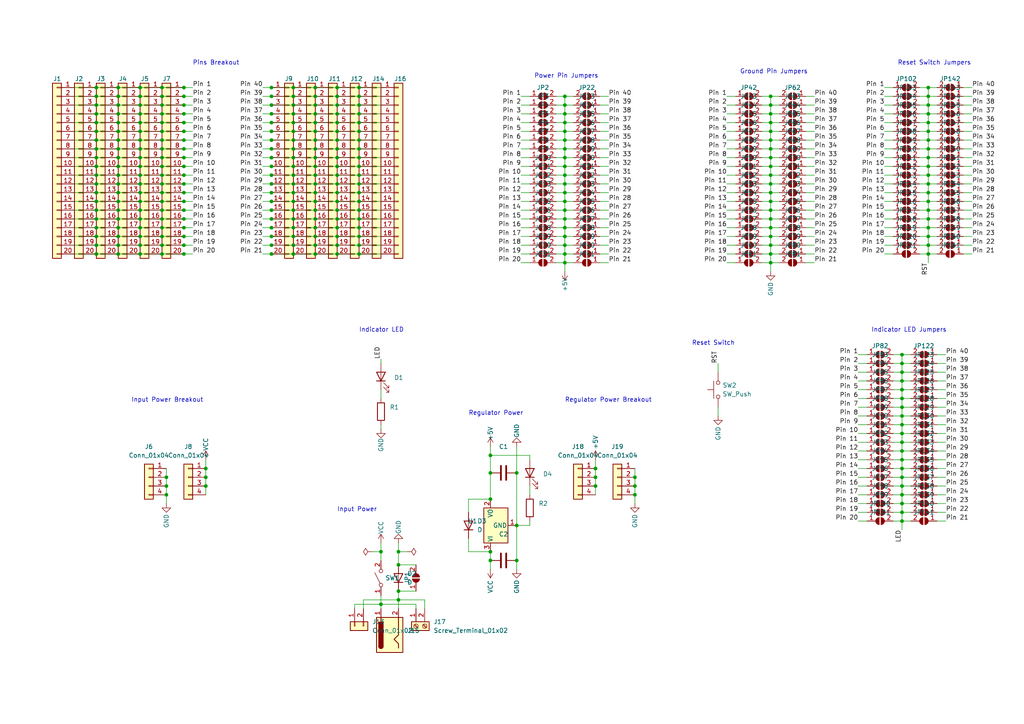
<source format=kicad_sch>
(kicad_sch (version 20211123) (generator eeschema)
  (paper "A4")
  (junction (at 34.29 68.58))
  (junction (at 172.72 135.89))
  (junction (at 40.64 68.58))
  (junction (at 85.09 68.58))
  (junction (at 78.74 63.5))
  (junction (at 97.79 71.12))
  (junction (at 78.74 30.48))
  (junction (at 261.62 123.19))
  (junction (at 53.34 73.66))
  (junction (at 269.24 66.04))
  (junction (at 269.24 27.94))
  (junction (at 223.52 35.56))
  (junction (at 97.79 38.1))
  (junction (at 85.09 63.5))
  (junction (at 104.14 58.42))
  (junction (at 46.99 40.64))
  (junction (at 163.83 63.5))
  (junction (at 269.24 73.66))
  (junction (at 97.79 55.88))
  (junction (at 163.83 71.12))
  (junction (at 261.62 138.43))
  (junction (at 163.83 38.1))
  (junction (at 40.64 48.26))
  (junction (at 91.44 38.1))
  (junction (at 97.79 27.94))
  (junction (at 34.29 38.1))
  (junction (at 46.99 55.88))
  (junction (at 53.34 50.8))
  (junction (at 104.14 45.72))
  (junction (at 40.64 45.72))
  (junction (at 40.64 58.42))
  (junction (at 40.64 25.4))
  (junction (at 104.14 30.48))
  (junction (at 27.94 27.94))
  (junction (at 269.24 45.72))
  (junction (at 269.24 33.02))
  (junction (at 261.62 102.87))
  (junction (at 104.14 55.88))
  (junction (at 46.99 50.8))
  (junction (at 34.29 55.88))
  (junction (at 53.34 71.12))
  (junction (at 97.79 50.8))
  (junction (at 34.29 50.8))
  (junction (at 163.83 58.42))
  (junction (at 59.69 140.97))
  (junction (at 53.34 60.96))
  (junction (at 27.94 55.88))
  (junction (at 34.29 43.18))
  (junction (at 142.24 132.08))
  (junction (at 261.62 135.89))
  (junction (at 34.29 60.96))
  (junction (at 85.09 43.18))
  (junction (at 223.52 68.58))
  (junction (at 172.72 138.43))
  (junction (at 163.83 48.26))
  (junction (at 27.94 43.18))
  (junction (at 97.79 25.4))
  (junction (at 48.26 143.51))
  (junction (at 78.74 27.94))
  (junction (at 269.24 48.26))
  (junction (at 104.14 71.12))
  (junction (at 91.44 68.58))
  (junction (at 97.79 58.42))
  (junction (at 223.52 50.8))
  (junction (at 163.83 73.66))
  (junction (at 269.24 58.42))
  (junction (at 85.09 55.88))
  (junction (at 261.62 148.59))
  (junction (at 34.29 58.42))
  (junction (at 223.52 43.18))
  (junction (at 223.52 73.66))
  (junction (at 91.44 60.96))
  (junction (at 78.74 66.04))
  (junction (at 163.83 43.18))
  (junction (at 91.44 27.94))
  (junction (at 269.24 55.88))
  (junction (at 104.14 50.8))
  (junction (at 97.79 30.48))
  (junction (at 85.09 53.34))
  (junction (at 78.74 58.42))
  (junction (at 48.26 138.43))
  (junction (at 97.79 40.64))
  (junction (at 85.09 48.26))
  (junction (at 53.34 38.1))
  (junction (at 34.29 33.02))
  (junction (at 78.74 33.02))
  (junction (at 97.79 53.34))
  (junction (at 34.29 71.12))
  (junction (at 261.62 115.57))
  (junction (at 34.29 27.94))
  (junction (at 142.24 160.02))
  (junction (at 40.64 43.18))
  (junction (at 163.83 33.02))
  (junction (at 27.94 45.72))
  (junction (at 59.69 138.43))
  (junction (at 97.79 45.72))
  (junction (at 46.99 73.66))
  (junction (at 261.62 128.27))
  (junction (at 223.52 71.12))
  (junction (at 53.34 40.64))
  (junction (at 27.94 71.12))
  (junction (at 78.74 40.64))
  (junction (at 46.99 43.18))
  (junction (at 223.52 63.5))
  (junction (at 34.29 73.66))
  (junction (at 104.14 25.4))
  (junction (at 269.24 68.58))
  (junction (at 46.99 35.56))
  (junction (at 34.29 63.5))
  (junction (at 261.62 146.05))
  (junction (at 223.52 45.72))
  (junction (at 46.99 58.42))
  (junction (at 34.29 48.26))
  (junction (at 91.44 35.56))
  (junction (at 78.74 25.4))
  (junction (at 97.79 43.18))
  (junction (at 27.94 35.56))
  (junction (at 97.79 66.04))
  (junction (at 46.99 45.72))
  (junction (at 85.09 45.72))
  (junction (at 46.99 25.4))
  (junction (at 142.24 137.16))
  (junction (at 85.09 58.42))
  (junction (at 115.57 171.45))
  (junction (at 53.34 45.72))
  (junction (at 104.14 38.1))
  (junction (at 91.44 50.8))
  (junction (at 91.44 55.88))
  (junction (at 34.29 30.48))
  (junction (at 223.52 27.94))
  (junction (at 40.64 35.56))
  (junction (at 85.09 25.4))
  (junction (at 163.83 27.94))
  (junction (at 27.94 38.1))
  (junction (at 40.64 33.02))
  (junction (at 40.64 73.66))
  (junction (at 223.52 48.26))
  (junction (at 53.34 68.58))
  (junction (at 40.64 40.64))
  (junction (at 261.62 120.65))
  (junction (at 34.29 40.64))
  (junction (at 91.44 30.48))
  (junction (at 223.52 38.1))
  (junction (at 46.99 38.1))
  (junction (at 53.34 27.94))
  (junction (at 46.99 33.02))
  (junction (at 163.83 30.48))
  (junction (at 85.09 30.48))
  (junction (at 261.62 110.49))
  (junction (at 27.94 66.04))
  (junction (at 40.64 66.04))
  (junction (at 85.09 66.04))
  (junction (at 97.79 73.66))
  (junction (at 104.14 40.64))
  (junction (at 48.26 140.97))
  (junction (at 269.24 25.4))
  (junction (at 261.62 143.51))
  (junction (at 104.14 53.34))
  (junction (at 163.83 55.88))
  (junction (at 163.83 40.64))
  (junction (at 34.29 45.72))
  (junction (at 40.64 55.88))
  (junction (at 269.24 30.48))
  (junction (at 78.74 38.1))
  (junction (at 91.44 33.02))
  (junction (at 91.44 58.42))
  (junction (at 85.09 40.64))
  (junction (at 104.14 33.02))
  (junction (at 78.74 71.12))
  (junction (at 149.86 152.4))
  (junction (at 91.44 45.72))
  (junction (at 27.94 40.64))
  (junction (at 78.74 53.34))
  (junction (at 269.24 43.18))
  (junction (at 34.29 35.56))
  (junction (at 91.44 66.04))
  (junction (at 104.14 66.04))
  (junction (at 40.64 63.5))
  (junction (at 53.34 35.56))
  (junction (at 53.34 48.26))
  (junction (at 269.24 50.8))
  (junction (at 97.79 63.5))
  (junction (at 184.15 138.43))
  (junction (at 53.34 30.48))
  (junction (at 223.52 53.34))
  (junction (at 269.24 35.56))
  (junction (at 91.44 63.5))
  (junction (at 223.52 40.64))
  (junction (at 149.86 137.16))
  (junction (at 27.94 53.34))
  (junction (at 97.79 68.58))
  (junction (at 91.44 48.26))
  (junction (at 97.79 35.56))
  (junction (at 27.94 68.58))
  (junction (at 91.44 43.18))
  (junction (at 97.79 48.26))
  (junction (at 34.29 25.4))
  (junction (at 223.52 66.04))
  (junction (at 78.74 50.8))
  (junction (at 104.14 35.56))
  (junction (at 27.94 60.96))
  (junction (at 97.79 60.96))
  (junction (at 78.74 43.18))
  (junction (at 53.34 66.04))
  (junction (at 34.29 66.04))
  (junction (at 184.15 143.51))
  (junction (at 46.99 63.5))
  (junction (at 46.99 68.58))
  (junction (at 142.24 162.56))
  (junction (at 261.62 133.35))
  (junction (at 223.52 55.88))
  (junction (at 85.09 73.66))
  (junction (at 40.64 38.1))
  (junction (at 27.94 30.48))
  (junction (at 104.14 68.58))
  (junction (at 46.99 60.96))
  (junction (at 85.09 71.12))
  (junction (at 53.34 43.18))
  (junction (at 104.14 48.26))
  (junction (at 149.86 162.56))
  (junction (at 46.99 71.12))
  (junction (at 104.14 73.66))
  (junction (at 27.94 58.42))
  (junction (at 46.99 30.48))
  (junction (at 91.44 25.4))
  (junction (at 85.09 35.56))
  (junction (at 97.79 33.02))
  (junction (at 163.83 53.34))
  (junction (at 261.62 105.41))
  (junction (at 78.74 68.58))
  (junction (at 110.49 160.02))
  (junction (at 184.15 140.97))
  (junction (at 163.83 76.2))
  (junction (at 53.34 25.4))
  (junction (at 40.64 30.48))
  (junction (at 46.99 48.26))
  (junction (at 269.24 60.96))
  (junction (at 53.34 53.34))
  (junction (at 115.57 160.02))
  (junction (at 40.64 50.8))
  (junction (at 78.74 55.88))
  (junction (at 104.14 63.5))
  (junction (at 85.09 38.1))
  (junction (at 104.14 27.94))
  (junction (at 163.83 45.72))
  (junction (at 223.52 76.2))
  (junction (at 163.83 35.56))
  (junction (at 223.52 58.42))
  (junction (at 78.74 60.96))
  (junction (at 104.14 60.96))
  (junction (at 261.62 130.81))
  (junction (at 59.69 135.89))
  (junction (at 163.83 60.96))
  (junction (at 85.09 33.02))
  (junction (at 46.99 66.04))
  (junction (at 261.62 107.95))
  (junction (at 269.24 53.34))
  (junction (at 261.62 140.97))
  (junction (at 163.83 50.8))
  (junction (at 27.94 63.5))
  (junction (at 163.83 66.04))
  (junction (at 142.24 144.78))
  (junction (at 27.94 33.02))
  (junction (at 91.44 53.34))
  (junction (at 115.57 173.99))
  (junction (at 115.57 163.83))
  (junction (at 261.62 113.03))
  (junction (at 223.52 60.96))
  (junction (at 40.64 53.34))
  (junction (at 91.44 40.64))
  (junction (at 85.09 60.96))
  (junction (at 46.99 53.34))
  (junction (at 261.62 125.73))
  (junction (at 27.94 50.8))
  (junction (at 40.64 60.96))
  (junction (at 104.14 43.18))
  (junction (at 85.09 50.8))
  (junction (at 53.34 33.02))
  (junction (at 78.74 35.56))
  (junction (at 269.24 38.1))
  (junction (at 91.44 71.12))
  (junction (at 40.64 71.12))
  (junction (at 53.34 58.42))
  (junction (at 110.49 175.26))
  (junction (at 78.74 45.72))
  (junction (at 269.24 63.5))
  (junction (at 269.24 71.12))
  (junction (at 223.52 30.48))
  (junction (at 27.94 48.26))
  (junction (at 27.94 25.4))
  (junction (at 172.72 140.97))
  (junction (at 78.74 48.26))
  (junction (at 46.99 27.94))
  (junction (at 53.34 63.5))
  (junction (at 40.64 27.94))
  (junction (at 91.44 73.66))
  (junction (at 163.83 68.58))
  (junction (at 261.62 151.13))
  (junction (at 78.74 73.66))
  (junction (at 53.34 55.88))
  (junction (at 85.09 27.94))
  (junction (at 269.24 40.64))
  (junction (at 34.29 53.34))
  (junction (at 223.52 33.02))
  (junction (at 261.62 118.11))
  (junction (at 27.94 73.66))
  (wire (pts (xy 256.54 38.1) (xy 259.08 38.1)))
  (wire (pts (xy 34.29 33.02) (xy 27.94 33.02)))
  (wire (pts (xy 223.52 55.88) (xy 226.06 55.88)))
  (wire (pts (xy 91.44 38.1) (xy 97.79 38.1)))
  (wire (pts (xy 161.29 76.2) (xy 163.83 76.2)))
  (wire (pts (xy 53.34 38.1) (xy 46.99 38.1)))
  (wire (pts (xy 184.15 138.43) (xy 184.15 140.97)))
  (wire (pts (xy 233.68 30.48) (xy 236.22 30.48)))
  (wire (pts (xy 76.2 25.4) (xy 78.74 25.4)))
  (wire (pts (xy 248.92 123.19) (xy 251.46 123.19)))
  (wire (pts (xy 163.83 43.18) (xy 166.37 43.18)))
  (wire (pts (xy 261.62 138.43) (xy 261.62 140.97)))
  (wire (pts (xy 53.34 60.96) (xy 46.99 60.96)))
  (wire (pts (xy 48.26 135.89) (xy 48.26 138.43)))
  (wire (pts (xy 261.62 135.89) (xy 264.16 135.89)))
  (wire (pts (xy 53.34 48.26) (xy 55.88 48.26)))
  (wire (pts (xy 110.49 55.88) (xy 104.14 55.88)))
  (wire (pts (xy 279.4 68.58) (xy 281.94 68.58)))
  (wire (pts (xy 269.24 58.42) (xy 269.24 60.96)))
  (wire (pts (xy 271.78 128.27) (xy 274.32 128.27)))
  (wire (pts (xy 261.62 120.65) (xy 264.16 120.65)))
  (wire (pts (xy 248.92 102.87) (xy 251.46 102.87)))
  (wire (pts (xy 163.83 76.2) (xy 163.83 78.74)))
  (wire (pts (xy 53.34 68.58) (xy 55.88 68.58)))
  (wire (pts (xy 173.99 60.96) (xy 176.53 60.96)))
  (wire (pts (xy 53.34 27.94) (xy 46.99 27.94)))
  (wire (pts (xy 248.92 128.27) (xy 251.46 128.27)))
  (wire (pts (xy 223.52 50.8) (xy 223.52 53.34)))
  (wire (pts (xy 173.99 76.2) (xy 176.53 76.2)))
  (wire (pts (xy 110.49 160.02) (xy 110.49 162.56)))
  (wire (pts (xy 53.34 66.04) (xy 55.88 66.04)))
  (wire (pts (xy 97.79 71.12) (xy 104.14 71.12)))
  (wire (pts (xy 220.98 58.42) (xy 223.52 58.42)))
  (wire (pts (xy 220.98 38.1) (xy 223.52 38.1)))
  (wire (pts (xy 135.89 144.78) (xy 135.89 148.59)))
  (wire (pts (xy 279.4 45.72) (xy 281.94 45.72)))
  (wire (pts (xy 220.98 30.48) (xy 223.52 30.48)))
  (wire (pts (xy 163.83 40.64) (xy 163.83 43.18)))
  (wire (pts (xy 210.82 53.34) (xy 213.36 53.34)))
  (wire (pts (xy 40.64 27.94) (xy 34.29 27.94)))
  (wire (pts (xy 85.09 50.8) (xy 91.44 50.8)))
  (wire (pts (xy 91.44 45.72) (xy 97.79 45.72)))
  (wire (pts (xy 78.74 27.94) (xy 85.09 27.94)))
  (wire (pts (xy 223.52 66.04) (xy 223.52 68.58)))
  (wire (pts (xy 78.74 73.66) (xy 85.09 73.66)))
  (wire (pts (xy 110.49 30.48) (xy 104.14 30.48)))
  (wire (pts (xy 269.24 25.4) (xy 269.24 27.94)))
  (wire (pts (xy 142.24 162.56) (xy 142.24 165.1)))
  (wire (pts (xy 261.62 115.57) (xy 264.16 115.57)))
  (wire (pts (xy 102.87 175.26) (xy 110.49 175.26)))
  (wire (pts (xy 256.54 63.5) (xy 259.08 63.5)))
  (wire (pts (xy 34.29 66.04) (xy 27.94 66.04)))
  (wire (pts (xy 259.08 105.41) (xy 261.62 105.41)))
  (wire (pts (xy 261.62 102.87) (xy 261.62 105.41)))
  (wire (pts (xy 269.24 27.94) (xy 269.24 30.48)))
  (wire (pts (xy 161.29 48.26) (xy 163.83 48.26)))
  (wire (pts (xy 271.78 140.97) (xy 274.32 140.97)))
  (wire (pts (xy 266.7 50.8) (xy 269.24 50.8)))
  (wire (pts (xy 53.34 45.72) (xy 46.99 45.72)))
  (wire (pts (xy 76.2 55.88) (xy 78.74 55.88)))
  (wire (pts (xy 161.29 66.04) (xy 163.83 66.04)))
  (wire (pts (xy 261.62 140.97) (xy 264.16 140.97)))
  (wire (pts (xy 259.08 125.73) (xy 261.62 125.73)))
  (wire (pts (xy 76.2 40.64) (xy 78.74 40.64)))
  (wire (pts (xy 46.99 33.02) (xy 40.64 33.02)))
  (wire (pts (xy 78.74 68.58) (xy 85.09 68.58)))
  (wire (pts (xy 110.49 66.04) (xy 104.14 66.04)))
  (wire (pts (xy 261.62 128.27) (xy 261.62 130.81)))
  (wire (pts (xy 110.49 124.46) (xy 110.49 123.19)))
  (wire (pts (xy 21.59 53.34) (xy 27.94 53.34)))
  (wire (pts (xy 21.59 68.58) (xy 27.94 68.58)))
  (wire (pts (xy 233.68 76.2) (xy 236.22 76.2)))
  (wire (pts (xy 91.44 60.96) (xy 97.79 60.96)))
  (wire (pts (xy 151.13 43.18) (xy 153.67 43.18)))
  (wire (pts (xy 163.83 66.04) (xy 163.83 68.58)))
  (wire (pts (xy 269.24 71.12) (xy 271.78 71.12)))
  (wire (pts (xy 259.08 130.81) (xy 261.62 130.81)))
  (wire (pts (xy 223.52 35.56) (xy 226.06 35.56)))
  (wire (pts (xy 97.79 55.88) (xy 104.14 55.88)))
  (wire (pts (xy 271.78 107.95) (xy 274.32 107.95)))
  (wire (pts (xy 151.13 50.8) (xy 153.67 50.8)))
  (wire (pts (xy 233.68 35.56) (xy 236.22 35.56)))
  (wire (pts (xy 163.83 30.48) (xy 163.83 33.02)))
  (wire (pts (xy 85.09 40.64) (xy 91.44 40.64)))
  (wire (pts (xy 210.82 38.1) (xy 213.36 38.1)))
  (wire (pts (xy 76.2 60.96) (xy 78.74 60.96)))
  (wire (pts (xy 233.68 43.18) (xy 236.22 43.18)))
  (wire (pts (xy 91.44 27.94) (xy 97.79 27.94)))
  (wire (pts (xy 223.52 68.58) (xy 223.52 71.12)))
  (wire (pts (xy 40.64 63.5) (xy 34.29 63.5)))
  (wire (pts (xy 34.29 27.94) (xy 27.94 27.94)))
  (wire (pts (xy 163.83 58.42) (xy 163.83 60.96)))
  (wire (pts (xy 223.52 27.94) (xy 223.52 30.48)))
  (wire (pts (xy 40.64 43.18) (xy 34.29 43.18)))
  (wire (pts (xy 151.13 71.12) (xy 153.67 71.12)))
  (wire (pts (xy 220.98 60.96) (xy 223.52 60.96)))
  (wire (pts (xy 261.62 146.05) (xy 261.62 148.59)))
  (wire (pts (xy 40.64 53.34) (xy 34.29 53.34)))
  (wire (pts (xy 46.99 25.4) (xy 40.64 25.4)))
  (wire (pts (xy 40.64 71.12) (xy 34.29 71.12)))
  (wire (pts (xy 78.74 25.4) (xy 85.09 25.4)))
  (wire (pts (xy 248.92 146.05) (xy 251.46 146.05)))
  (wire (pts (xy 151.13 35.56) (xy 153.67 35.56)))
  (wire (pts (xy 53.34 40.64) (xy 46.99 40.64)))
  (wire (pts (xy 223.52 63.5) (xy 226.06 63.5)))
  (wire (pts (xy 97.79 27.94) (xy 104.14 27.94)))
  (wire (pts (xy 34.29 71.12) (xy 27.94 71.12)))
  (wire (pts (xy 46.99 73.66) (xy 40.64 73.66)))
  (wire (pts (xy 163.83 38.1) (xy 166.37 38.1)))
  (wire (pts (xy 21.59 71.12) (xy 27.94 71.12)))
  (wire (pts (xy 163.83 71.12) (xy 166.37 71.12)))
  (wire (pts (xy 40.64 73.66) (xy 34.29 73.66)))
  (wire (pts (xy 256.54 30.48) (xy 259.08 30.48)))
  (wire (pts (xy 21.59 30.48) (xy 27.94 30.48)))
  (wire (pts (xy 173.99 38.1) (xy 176.53 38.1)))
  (wire (pts (xy 269.24 55.88) (xy 271.78 55.88)))
  (wire (pts (xy 153.67 152.4) (xy 153.67 151.13)))
  (wire (pts (xy 233.68 55.88) (xy 236.22 55.88)))
  (wire (pts (xy 151.13 38.1) (xy 153.67 38.1)))
  (wire (pts (xy 76.2 50.8) (xy 78.74 50.8)))
  (wire (pts (xy 173.99 71.12) (xy 176.53 71.12)))
  (wire (pts (xy 163.83 45.72) (xy 163.83 48.26)))
  (wire (pts (xy 163.83 76.2) (xy 166.37 76.2)))
  (wire (pts (xy 220.98 35.56) (xy 223.52 35.56)))
  (wire (pts (xy 223.52 33.02) (xy 223.52 35.56)))
  (wire (pts (xy 248.92 105.41) (xy 251.46 105.41)))
  (wire (pts (xy 173.99 66.04) (xy 176.53 66.04)))
  (wire (pts (xy 173.99 55.88) (xy 176.53 55.88)))
  (wire (pts (xy 261.62 133.35) (xy 261.62 135.89)))
  (wire (pts (xy 46.99 71.12) (xy 40.64 71.12)))
  (wire (pts (xy 266.7 38.1) (xy 269.24 38.1)))
  (wire (pts (xy 279.4 73.66) (xy 281.94 73.66)))
  (wire (pts (xy 110.49 157.48) (xy 110.49 160.02)))
  (wire (pts (xy 53.34 45.72) (xy 55.88 45.72)))
  (wire (pts (xy 271.78 151.13) (xy 274.32 151.13)))
  (wire (pts (xy 85.09 35.56) (xy 91.44 35.56)))
  (wire (pts (xy 59.69 140.97) (xy 59.69 143.51)))
  (wire (pts (xy 91.44 63.5) (xy 97.79 63.5)))
  (wire (pts (xy 53.34 53.34) (xy 55.88 53.34)))
  (wire (pts (xy 40.64 45.72) (xy 34.29 45.72)))
  (wire (pts (xy 53.34 30.48) (xy 55.88 30.48)))
  (wire (pts (xy 85.09 66.04) (xy 91.44 66.04)))
  (wire (pts (xy 279.4 38.1) (xy 281.94 38.1)))
  (wire (pts (xy 91.44 25.4) (xy 97.79 25.4)))
  (wire (pts (xy 259.08 146.05) (xy 261.62 146.05)))
  (wire (pts (xy 91.44 35.56) (xy 97.79 35.56)))
  (wire (pts (xy 149.86 152.4) (xy 153.67 152.4)))
  (wire (pts (xy 76.2 43.18) (xy 78.74 43.18)))
  (wire (pts (xy 271.78 125.73) (xy 274.32 125.73)))
  (wire (pts (xy 271.78 143.51) (xy 274.32 143.51)))
  (wire (pts (xy 76.2 63.5) (xy 78.74 63.5)))
  (wire (pts (xy 248.92 110.49) (xy 251.46 110.49)))
  (wire (pts (xy 21.59 50.8) (xy 27.94 50.8)))
  (wire (pts (xy 40.64 35.56) (xy 34.29 35.56)))
  (wire (pts (xy 256.54 40.64) (xy 259.08 40.64)))
  (wire (pts (xy 248.92 107.95) (xy 251.46 107.95)))
  (wire (pts (xy 266.7 63.5) (xy 269.24 63.5)))
  (wire (pts (xy 53.34 53.34) (xy 46.99 53.34)))
  (wire (pts (xy 259.08 128.27) (xy 261.62 128.27)))
  (wire (pts (xy 53.34 55.88) (xy 46.99 55.88)))
  (wire (pts (xy 269.24 73.66) (xy 269.24 76.2)))
  (wire (pts (xy 248.92 138.43) (xy 251.46 138.43)))
  (wire (pts (xy 76.2 66.04) (xy 78.74 66.04)))
  (wire (pts (xy 91.44 55.88) (xy 97.79 55.88)))
  (wire (pts (xy 269.24 63.5) (xy 271.78 63.5)))
  (wire (pts (xy 173.99 48.26) (xy 176.53 48.26)))
  (wire (pts (xy 184.15 140.97) (xy 184.15 143.51)))
  (wire (pts (xy 91.44 43.18) (xy 97.79 43.18)))
  (wire (pts (xy 78.74 60.96) (xy 85.09 60.96)))
  (wire (pts (xy 173.99 63.5) (xy 176.53 63.5)))
  (wire (pts (xy 271.78 113.03) (xy 274.32 113.03)))
  (wire (pts (xy 279.4 35.56) (xy 281.94 35.56)))
  (wire (pts (xy 233.68 53.34) (xy 236.22 53.34)))
  (wire (pts (xy 163.83 63.5) (xy 163.83 66.04)))
  (wire (pts (xy 261.62 102.87) (xy 264.16 102.87)))
  (wire (pts (xy 53.34 55.88) (xy 55.88 55.88)))
  (wire (pts (xy 151.13 33.02) (xy 153.67 33.02)))
  (wire (pts (xy 163.83 38.1) (xy 163.83 40.64)))
  (wire (pts (xy 261.62 125.73) (xy 264.16 125.73)))
  (wire (pts (xy 161.29 33.02) (xy 163.83 33.02)))
  (wire (pts (xy 48.26 140.97) (xy 48.26 143.51)))
  (wire (pts (xy 256.54 73.66) (xy 259.08 73.66)))
  (wire (pts (xy 173.99 53.34) (xy 176.53 53.34)))
  (wire (pts (xy 210.82 76.2) (xy 213.36 76.2)))
  (wire (pts (xy 269.24 43.18) (xy 269.24 45.72)))
  (wire (pts (xy 21.59 55.88) (xy 27.94 55.88)))
  (wire (pts (xy 151.13 58.42) (xy 153.67 58.42)))
  (wire (pts (xy 259.08 115.57) (xy 261.62 115.57)))
  (wire (pts (xy 248.92 133.35) (xy 251.46 133.35)))
  (wire (pts (xy 85.09 71.12) (xy 91.44 71.12)))
  (wire (pts (xy 110.49 58.42) (xy 104.14 58.42)))
  (wire (pts (xy 21.59 38.1) (xy 27.94 38.1)))
  (wire (pts (xy 163.83 60.96) (xy 166.37 60.96)))
  (wire (pts (xy 161.29 43.18) (xy 163.83 43.18)))
  (wire (pts (xy 163.83 48.26) (xy 166.37 48.26)))
  (wire (pts (xy 53.34 40.64) (xy 55.88 40.64)))
  (wire (pts (xy 261.62 128.27) (xy 264.16 128.27)))
  (wire (pts (xy 279.4 48.26) (xy 281.94 48.26)))
  (wire (pts (xy 269.24 35.56) (xy 271.78 35.56)))
  (wire (pts (xy 261.62 130.81) (xy 261.62 133.35)))
  (wire (pts (xy 21.59 43.18) (xy 27.94 43.18)))
  (wire (pts (xy 279.4 66.04) (xy 281.94 66.04)))
  (wire (pts (xy 91.44 33.02) (xy 97.79 33.02)))
  (wire (pts (xy 85.09 73.66) (xy 91.44 73.66)))
  (wire (pts (xy 85.09 25.4) (xy 91.44 25.4)))
  (wire (pts (xy 91.44 71.12) (xy 97.79 71.12)))
  (wire (pts (xy 46.99 58.42) (xy 40.64 58.42)))
  (wire (pts (xy 271.78 115.57) (xy 274.32 115.57)))
  (wire (pts (xy 266.7 27.94) (xy 269.24 27.94)))
  (wire (pts (xy 53.34 71.12) (xy 46.99 71.12)))
  (wire (pts (xy 76.2 58.42) (xy 78.74 58.42)))
  (wire (pts (xy 223.52 73.66) (xy 226.06 73.66)))
  (wire (pts (xy 266.7 25.4) (xy 269.24 25.4)))
  (wire (pts (xy 78.74 35.56) (xy 85.09 35.56)))
  (wire (pts (xy 163.83 50.8) (xy 163.83 53.34)))
  (wire (pts (xy 172.72 133.35) (xy 172.72 135.89)))
  (wire (pts (xy 259.08 143.51) (xy 261.62 143.51)))
  (wire (pts (xy 97.79 66.04) (xy 104.14 66.04)))
  (wire (pts (xy 85.09 33.02) (xy 91.44 33.02)))
  (wire (pts (xy 271.78 102.87) (xy 274.32 102.87)))
  (wire (pts (xy 76.2 45.72) (xy 78.74 45.72)))
  (wire (pts (xy 76.2 38.1) (xy 78.74 38.1)))
  (wire (pts (xy 256.54 43.18) (xy 259.08 43.18)))
  (wire (pts (xy 256.54 35.56) (xy 259.08 35.56)))
  (wire (pts (xy 259.08 110.49) (xy 261.62 110.49)))
  (wire (pts (xy 269.24 40.64) (xy 271.78 40.64)))
  (wire (pts (xy 40.64 33.02) (xy 34.29 33.02)))
  (wire (pts (xy 161.29 40.64) (xy 163.83 40.64)))
  (wire (pts (xy 220.98 73.66) (xy 223.52 73.66)))
  (wire (pts (xy 163.83 58.42) (xy 166.37 58.42)))
  (wire (pts (xy 261.62 123.19) (xy 264.16 123.19)))
  (wire (pts (xy 269.24 30.48) (xy 269.24 33.02)))
  (wire (pts (xy 210.82 40.64) (xy 213.36 40.64)))
  (wire (pts (xy 259.08 102.87) (xy 261.62 102.87)))
  (wire (pts (xy 151.13 73.66) (xy 153.67 73.66)))
  (wire (pts (xy 115.57 163.83) (xy 120.65 163.83)))
  (wire (pts (xy 46.99 68.58) (xy 40.64 68.58)))
  (wire (pts (xy 40.64 58.42) (xy 34.29 58.42)))
  (wire (pts (xy 110.49 50.8) (xy 104.14 50.8)))
  (wire (pts (xy 76.2 27.94) (xy 78.74 27.94)))
  (wire (pts (xy 233.68 66.04) (xy 236.22 66.04)))
  (wire (pts (xy 53.34 25.4) (xy 55.88 25.4)))
  (wire (pts (xy 173.99 45.72) (xy 176.53 45.72)))
  (wire (pts (xy 85.09 53.34) (xy 91.44 53.34)))
  (wire (pts (xy 269.24 71.12) (xy 269.24 73.66)))
  (wire (pts (xy 53.34 27.94) (xy 55.88 27.94)))
  (wire (pts (xy 256.54 50.8) (xy 259.08 50.8)))
  (wire (pts (xy 223.52 45.72) (xy 226.06 45.72)))
  (wire (pts (xy 46.99 30.48) (xy 40.64 30.48)))
  (wire (pts (xy 161.29 35.56) (xy 163.83 35.56)))
  (wire (pts (xy 261.62 148.59) (xy 264.16 148.59)))
  (wire (pts (xy 271.78 148.59) (xy 274.32 148.59)))
  (wire (pts (xy 78.74 66.04) (xy 85.09 66.04)))
  (wire (pts (xy 149.86 129.54) (xy 149.86 137.16)))
  (wire (pts (xy 220.98 40.64) (xy 223.52 40.64)))
  (wire (pts (xy 259.08 148.59) (xy 261.62 148.59)))
  (wire (pts (xy 161.29 63.5) (xy 163.83 63.5)))
  (wire (pts (xy 46.99 45.72) (xy 40.64 45.72)))
  (wire (pts (xy 46.99 60.96) (xy 40.64 60.96)))
  (wire (pts (xy 97.79 73.66) (xy 104.14 73.66)))
  (wire (pts (xy 163.83 55.88) (xy 163.83 58.42)))
  (wire (pts (xy 110.49 25.4) (xy 104.14 25.4)))
  (wire (pts (xy 161.29 30.48) (xy 163.83 30.48)))
  (wire (pts (xy 223.52 63.5) (xy 223.52 66.04)))
  (wire (pts (xy 110.49 113.03) (xy 110.49 115.57)))
  (wire (pts (xy 261.62 115.57) (xy 261.62 118.11)))
  (wire (pts (xy 210.82 45.72) (xy 213.36 45.72)))
  (wire (pts (xy 53.34 43.18) (xy 46.99 43.18)))
  (wire (pts (xy 248.92 151.13) (xy 251.46 151.13)))
  (wire (pts (xy 269.24 38.1) (xy 271.78 38.1)))
  (wire (pts (xy 53.34 33.02) (xy 55.88 33.02)))
  (wire (pts (xy 256.54 53.34) (xy 259.08 53.34)))
  (wire (pts (xy 53.34 68.58) (xy 46.99 68.58)))
  (wire (pts (xy 248.92 118.11) (xy 251.46 118.11)))
  (wire (pts (xy 163.83 73.66) (xy 166.37 73.66)))
  (wire (pts (xy 120.65 176.53) (xy 120.65 175.26)))
  (wire (pts (xy 91.44 73.66) (xy 97.79 73.66)))
  (wire (pts (xy 261.62 113.03) (xy 264.16 113.03)))
  (wire (pts (xy 40.64 50.8) (xy 34.29 50.8)))
  (wire (pts (xy 110.49 38.1) (xy 104.14 38.1)))
  (wire (pts (xy 248.92 120.65) (xy 251.46 120.65)))
  (wire (pts (xy 21.59 48.26) (xy 27.94 48.26)))
  (wire (pts (xy 269.24 33.02) (xy 269.24 35.56)))
  (wire (pts (xy 110.49 45.72) (xy 104.14 45.72)))
  (wire (pts (xy 223.52 40.64) (xy 226.06 40.64)))
  (wire (pts (xy 151.13 60.96) (xy 153.67 60.96)))
  (wire (pts (xy 220.98 53.34) (xy 223.52 53.34)))
  (wire (pts (xy 271.78 105.41) (xy 274.32 105.41)))
  (wire (pts (xy 123.19 176.53) (xy 123.19 173.99)))
  (wire (pts (xy 91.44 40.64) (xy 97.79 40.64)))
  (wire (pts (xy 78.74 53.34) (xy 85.09 53.34)))
  (wire (pts (xy 34.29 60.96) (xy 27.94 60.96)))
  (wire (pts (xy 163.83 30.48) (xy 166.37 30.48)))
  (wire (pts (xy 266.7 60.96) (xy 269.24 60.96)))
  (wire (pts (xy 115.57 160.02) (xy 115.57 163.83)))
  (wire (pts (xy 269.24 66.04) (xy 269.24 68.58)))
  (wire (pts (xy 256.54 27.94) (xy 259.08 27.94)))
  (wire (pts (xy 40.64 48.26) (xy 34.29 48.26)))
  (wire (pts (xy 223.52 33.02) (xy 226.06 33.02)))
  (wire (pts (xy 21.59 25.4) (xy 27.94 25.4)))
  (wire (pts (xy 163.83 50.8) (xy 166.37 50.8)))
  (wire (pts (xy 97.79 33.02) (xy 104.14 33.02)))
  (wire (pts (xy 76.2 73.66) (xy 78.74 73.66)))
  (wire (pts (xy 269.24 73.66) (xy 271.78 73.66)))
  (wire (pts (xy 266.7 58.42) (xy 269.24 58.42)))
  (wire (pts (xy 279.4 53.34) (xy 281.94 53.34)))
  (wire (pts (xy 115.57 171.45) (xy 115.57 173.99)))
  (wire (pts (xy 210.82 33.02) (xy 213.36 33.02)))
  (wire (pts (xy 223.52 38.1) (xy 226.06 38.1)))
  (wire (pts (xy 269.24 45.72) (xy 269.24 48.26)))
  (wire (pts (xy 46.99 53.34) (xy 40.64 53.34)))
  (wire (pts (xy 76.2 35.56) (xy 78.74 35.56)))
  (wire (pts (xy 34.29 40.64) (xy 27.94 40.64)))
  (wire (pts (xy 78.74 58.42) (xy 85.09 58.42)))
  (wire (pts (xy 210.82 63.5) (xy 213.36 63.5)))
  (wire (pts (xy 53.34 38.1) (xy 55.88 38.1)))
  (wire (pts (xy 21.59 27.94) (xy 27.94 27.94)))
  (wire (pts (xy 85.09 63.5) (xy 91.44 63.5)))
  (wire (pts (xy 163.83 63.5) (xy 166.37 63.5)))
  (wire (pts (xy 110.49 27.94) (xy 104.14 27.94)))
  (wire (pts (xy 110.49 105.41) (xy 110.49 104.14)))
  (wire (pts (xy 266.7 35.56) (xy 269.24 35.56)))
  (wire (pts (xy 173.99 35.56) (xy 176.53 35.56)))
  (wire (pts (xy 233.68 63.5) (xy 236.22 63.5)))
  (wire (pts (xy 34.29 43.18) (xy 27.94 43.18)))
  (wire (pts (xy 97.79 53.34) (xy 104.14 53.34)))
  (wire (pts (xy 210.82 73.66) (xy 213.36 73.66)))
  (wire (pts (xy 53.34 66.04) (xy 46.99 66.04)))
  (wire (pts (xy 233.68 38.1) (xy 236.22 38.1)))
  (wire (pts (xy 115.57 173.99) (xy 115.57 176.53)))
  (wire (pts (xy 91.44 66.04) (xy 97.79 66.04)))
  (wire (pts (xy 161.29 71.12) (xy 163.83 71.12)))
  (wire (pts (xy 269.24 58.42) (xy 271.78 58.42)))
  (wire (pts (xy 233.68 58.42) (xy 236.22 58.42)))
  (wire (pts (xy 76.2 48.26) (xy 78.74 48.26)))
  (wire (pts (xy 40.64 60.96) (xy 34.29 60.96)))
  (wire (pts (xy 142.24 137.16) (xy 142.24 144.78)))
  (wire (pts (xy 48.26 146.05) (xy 48.26 143.51)))
  (wire (pts (xy 40.64 40.64) (xy 34.29 40.64)))
  (wire (pts (xy 151.13 55.88) (xy 153.67 55.88)))
  (wire (pts (xy 91.44 68.58) (xy 97.79 68.58)))
  (wire (pts (xy 269.24 66.04) (xy 271.78 66.04)))
  (wire (pts (xy 261.62 135.89) (xy 261.62 138.43)))
  (wire (pts (xy 269.24 50.8) (xy 271.78 50.8)))
  (wire (pts (xy 40.64 55.88) (xy 34.29 55.88)))
  (wire (pts (xy 46.99 35.56) (xy 40.64 35.56)))
  (wire (pts (xy 173.99 43.18) (xy 176.53 43.18)))
  (wire (pts (xy 110.49 71.12) (xy 104.14 71.12)))
  (wire (pts (xy 261.62 143.51) (xy 261.62 146.05)))
  (wire (pts (xy 210.82 43.18) (xy 213.36 43.18)))
  (wire (pts (xy 53.34 43.18) (xy 55.88 43.18)))
  (wire (pts (xy 256.54 55.88) (xy 259.08 55.88)))
  (wire (pts (xy 210.82 68.58) (xy 213.36 68.58)))
  (wire (pts (xy 48.26 138.43) (xy 48.26 140.97)))
  (wire (pts (xy 279.4 50.8) (xy 281.94 50.8)))
  (wire (pts (xy 34.29 48.26) (xy 27.94 48.26)))
  (wire (pts (xy 110.49 35.56) (xy 104.14 35.56)))
  (wire (pts (xy 78.74 48.26) (xy 85.09 48.26)))
  (wire (pts (xy 46.99 55.88) (xy 40.64 55.88)))
  (wire (pts (xy 110.49 60.96) (xy 104.14 60.96)))
  (wire (pts (xy 107.95 160.02) (xy 110.49 160.02)))
  (wire (pts (xy 76.2 68.58) (xy 78.74 68.58)))
  (wire (pts (xy 135.89 156.21) (xy 135.89 160.02)))
  (wire (pts (xy 223.52 30.48) (xy 226.06 30.48)))
  (wire (pts (xy 269.24 60.96) (xy 269.24 63.5)))
  (wire (pts (xy 163.83 60.96) (xy 163.83 63.5)))
  (wire (pts (xy 279.4 63.5) (xy 281.94 63.5)))
  (wire (pts (xy 97.79 30.48) (xy 104.14 30.48)))
  (wire (pts (xy 53.34 30.48) (xy 46.99 30.48)))
  (wire (pts (xy 34.29 63.5) (xy 27.94 63.5)))
  (wire (pts (xy 53.34 33.02) (xy 46.99 33.02)))
  (wire (pts (xy 85.09 55.88) (xy 91.44 55.88)))
  (wire (pts (xy 53.34 60.96) (xy 55.88 60.96)))
  (wire (pts (xy 259.08 113.03) (xy 261.62 113.03)))
  (wire (pts (xy 110.49 172.72) (xy 110.49 175.26)))
  (wire (pts (xy 210.82 58.42) (xy 213.36 58.42)))
  (wire (pts (xy 78.74 33.02) (xy 85.09 33.02)))
  (wire (pts (xy 266.7 71.12) (xy 269.24 71.12)))
  (wire (pts (xy 223.52 38.1) (xy 223.52 40.64)))
  (wire (pts (xy 210.82 71.12) (xy 213.36 71.12)))
  (wire (pts (xy 248.92 143.51) (xy 251.46 143.51)))
  (wire (pts (xy 261.62 138.43) (xy 264.16 138.43)))
  (wire (pts (xy 271.78 133.35) (xy 274.32 133.35)))
  (wire (pts (xy 261.62 110.49) (xy 264.16 110.49)))
  (wire (pts (xy 279.4 43.18) (xy 281.94 43.18)))
  (wire (pts (xy 46.99 40.64) (xy 40.64 40.64)))
  (wire (pts (xy 34.29 30.48) (xy 27.94 30.48)))
  (wire (pts (xy 21.59 33.02) (xy 27.94 33.02)))
  (wire (pts (xy 233.68 40.64) (xy 236.22 40.64)))
  (wire (pts (xy 59.69 135.89) (xy 59.69 138.43)))
  (wire (pts (xy 53.34 35.56) (xy 46.99 35.56)))
  (wire (pts (xy 34.29 25.4) (xy 27.94 25.4)))
  (wire (pts (xy 261.62 125.73) (xy 261.62 128.27)))
  (wire (pts (xy 97.79 40.64) (xy 104.14 40.64)))
  (wire (pts (xy 259.08 133.35) (xy 261.62 133.35)))
  (wire (pts (xy 220.98 33.02) (xy 223.52 33.02)))
  (wire (pts (xy 259.08 140.97) (xy 261.62 140.97)))
  (wire (pts (xy 279.4 58.42) (xy 281.94 58.42)))
  (wire (pts (xy 266.7 73.66) (xy 269.24 73.66)))
  (wire (pts (xy 261.62 143.51) (xy 264.16 143.51)))
  (wire (pts (xy 208.28 107.95) (xy 208.28 105.41)))
  (wire (pts (xy 208.28 118.11) (xy 208.28 120.65)))
  (wire (pts (xy 85.09 48.26) (xy 91.44 48.26)))
  (wire (pts (xy 223.52 66.04) (xy 226.06 66.04)))
  (wire (pts (xy 163.83 35.56) (xy 163.83 38.1)))
  (wire (pts (xy 279.4 60.96) (xy 281.94 60.96)))
  (wire (pts (xy 97.79 35.56) (xy 104.14 35.56)))
  (wire (pts (xy 223.52 53.34) (xy 223.52 55.88)))
  (wire (pts (xy 163.83 55.88) (xy 166.37 55.88)))
  (wire (pts (xy 105.41 173.99) (xy 115.57 173.99)))
  (wire (pts (xy 163.83 27.94) (xy 166.37 27.94)))
  (wire (pts (xy 97.79 48.26) (xy 104.14 48.26)))
  (wire (pts (xy 151.13 63.5) (xy 153.67 63.5)))
  (wire (pts (xy 259.08 138.43) (xy 261.62 138.43)))
  (wire (pts (xy 271.78 110.49) (xy 274.32 110.49)))
  (wire (pts (xy 153.67 132.08) (xy 142.24 132.08)))
  (wire (pts (xy 149.86 152.4) (xy 149.86 162.56)))
  (wire (pts (xy 34.29 58.42) (xy 27.94 58.42)))
  (wire (pts (xy 76.2 71.12) (xy 78.74 71.12)))
  (wire (pts (xy 34.29 73.66) (xy 27.94 73.66)))
  (wire (pts (xy 248.92 115.57) (xy 251.46 115.57)))
  (wire (pts (xy 142.24 160.02) (xy 142.24 162.56)))
  (wire (pts (xy 115.57 171.45) (xy 120.65 171.45)))
  (wire (pts (xy 266.7 33.02) (xy 269.24 33.02)))
  (wire (pts (xy 85.09 43.18) (xy 91.44 43.18)))
  (wire (pts (xy 59.69 138.43) (xy 59.69 140.97)))
  (wire (pts (xy 223.52 68.58) (xy 226.06 68.58)))
  (wire (pts (xy 78.74 45.72) (xy 85.09 45.72)))
  (wire (pts (xy 21.59 66.04) (xy 27.94 66.04)))
  (wire (pts (xy 220.98 76.2) (xy 223.52 76.2)))
  (wire (pts (xy 53.34 50.8) (xy 46.99 50.8)))
  (wire (pts (xy 40.64 38.1) (xy 34.29 38.1)))
  (wire (pts (xy 269.24 68.58) (xy 271.78 68.58)))
  (wire (pts (xy 110.49 43.18) (xy 104.14 43.18)))
  (wire (pts (xy 110.49 73.66) (xy 104.14 73.66)))
  (wire (pts (xy 153.67 133.35) (xy 153.67 132.08)))
  (wire (pts (xy 266.7 40.64) (xy 269.24 40.64)))
  (wire (pts (xy 34.29 68.58) (xy 27.94 68.58)))
  (wire (pts (xy 248.92 130.81) (xy 251.46 130.81)))
  (wire (pts (xy 142.24 132.08) (xy 142.24 137.16)))
  (wire (pts (xy 59.69 133.35) (xy 59.69 135.89)))
  (wire (pts (xy 210.82 35.56) (xy 213.36 35.56)))
  (wire (pts (xy 223.52 60.96) (xy 223.52 63.5)))
  (wire (pts (xy 271.78 120.65) (xy 274.32 120.65)))
  (wire (pts (xy 78.74 63.5) (xy 85.09 63.5)))
  (wire (pts (xy 172.72 138.43) (xy 172.72 140.97)))
  (wire (pts (xy 256.54 71.12) (xy 259.08 71.12)))
  (wire (pts (xy 256.54 60.96) (xy 259.08 60.96)))
  (wire (pts (xy 161.29 53.34) (xy 163.83 53.34)))
  (wire (pts (xy 163.83 53.34) (xy 166.37 53.34)))
  (wire (pts (xy 163.83 40.64) (xy 166.37 40.64)))
  (wire (pts (xy 91.44 50.8) (xy 97.79 50.8)))
  (wire (pts (xy 266.7 30.48) (xy 269.24 30.48)))
  (wire (pts (xy 173.99 27.94) (xy 176.53 27.94)))
  (wire (pts (xy 46.99 43.18) (xy 40.64 43.18)))
  (wire (pts (xy 266.7 43.18) (xy 269.24 43.18)))
  (wire (pts (xy 223.52 58.42) (xy 223.52 60.96)))
  (wire (pts (xy 266.7 45.72) (xy 269.24 45.72)))
  (wire (pts (xy 34.29 38.1) (xy 27.94 38.1)))
  (wire (pts (xy 161.29 68.58) (xy 163.83 68.58)))
  (wire (pts (xy 220.98 48.26) (xy 223.52 48.26)))
  (wire (pts (xy 163.83 33.02) (xy 163.83 35.56)))
  (wire (pts (xy 223.52 27.94) (xy 226.06 27.94)))
  (wire (pts (xy 151.13 66.04) (xy 153.67 66.04)))
  (wire (pts (xy 256.54 45.72) (xy 259.08 45.72)))
  (wire (pts (xy 46.99 50.8) (xy 40.64 50.8)))
  (wire (pts (xy 233.68 68.58) (xy 236.22 68.58)))
  (wire (pts (xy 78.74 30.48) (xy 85.09 30.48)))
  (wire (pts (xy 53.34 71.12) (xy 55.88 71.12)))
  (wire (pts (xy 210.82 48.26) (xy 213.36 48.26)))
  (wire (pts (xy 118.11 160.02) (xy 115.57 160.02)))
  (wire (pts (xy 110.49 68.58) (xy 104.14 68.58)))
  (wire (pts (xy 40.64 25.4) (xy 34.29 25.4)))
  (wire (pts (xy 223.52 43.18) (xy 226.06 43.18)))
  (wire (pts (xy 91.44 58.42) (xy 97.79 58.42)))
  (wire (pts (xy 223.52 50.8) (xy 226.06 50.8)))
  (wire (pts (xy 233.68 71.12) (xy 236.22 71.12)))
  (wire (pts (xy 210.82 55.88) (xy 213.36 55.88)))
  (wire (pts (xy 259.08 107.95) (xy 261.62 107.95)))
  (wire (pts (xy 53.34 73.66) (xy 46.99 73.66)))
  (wire (pts (xy 151.13 48.26) (xy 153.67 48.26)))
  (wire (pts (xy 78.74 43.18) (xy 85.09 43.18)))
  (wire (pts (xy 261.62 105.41) (xy 264.16 105.41)))
  (wire (pts (xy 161.29 50.8) (xy 163.83 50.8)))
  (wire (pts (xy 78.74 71.12) (xy 85.09 71.12)))
  (wire (pts (xy 97.79 58.42) (xy 104.14 58.42)))
  (wire (pts (xy 271.78 135.89) (xy 274.32 135.89)))
  (wire (pts (xy 269.24 33.02) (xy 271.78 33.02)))
  (wire (pts (xy 266.7 53.34) (xy 269.24 53.34)))
  (wire (pts (xy 135.89 160.02) (xy 142.24 160.02)))
  (wire (pts (xy 76.2 33.02) (xy 78.74 33.02)))
  (wire (pts (xy 184.15 135.89) (xy 184.15 138.43)))
  (wire (pts (xy 220.98 45.72) (xy 223.52 45.72)))
  (wire (pts (xy 233.68 27.94) (xy 236.22 27.94)))
  (wire (pts (xy 248.92 113.03) (xy 251.46 113.03)))
  (wire (pts (xy 97.79 60.96) (xy 104.14 60.96)))
  (wire (pts (xy 21.59 73.66) (xy 27.94 73.66)))
  (wire (pts (xy 269.24 35.56) (xy 269.24 38.1)))
  (wire (pts (xy 261.62 113.03) (xy 261.62 115.57)))
  (wire (pts (xy 279.4 71.12) (xy 281.94 71.12)))
  (wire (pts (xy 223.52 76.2) (xy 226.06 76.2)))
  (wire (pts (xy 173.99 50.8) (xy 176.53 50.8)))
  (wire (pts (xy 21.59 35.56) (xy 27.94 35.56)))
  (wire (pts (xy 220.98 66.04) (xy 223.52 66.04)))
  (wire (pts (xy 85.09 27.94) (xy 91.44 27.94)))
  (wire (pts (xy 53.34 50.8) (xy 55.88 50.8)))
  (wire (pts (xy 91.44 30.48) (xy 97.79 30.48)))
  (wire (pts (xy 279.4 27.94) (xy 281.94 27.94)))
  (wire (pts (xy 279.4 55.88) (xy 281.94 55.88)))
  (wire (pts (xy 173.99 33.02) (xy 176.53 33.02)))
  (wire (pts (xy 173.99 68.58) (xy 176.53 68.58)))
  (wire (pts (xy 102.87 176.53) (xy 102.87 175.26)))
  (wire (pts (xy 271.78 130.81) (xy 274.32 130.81)))
  (wire (pts (xy 53.34 63.5) (xy 55.88 63.5)))
  (wire (pts (xy 256.54 68.58) (xy 259.08 68.58)))
  (wire (pts (xy 279.4 30.48) (xy 281.94 30.48)))
  (wire (pts (xy 269.24 43.18) (xy 271.78 43.18)))
  (wire (pts (xy 220.98 50.8) (xy 223.52 50.8)))
  (wire (pts (xy 149.86 137.16) (xy 149.86 152.4)))
  (wire (pts (xy 163.83 73.66) (xy 163.83 76.2)))
  (wire (pts (xy 85.09 60.96) (xy 91.44 60.96)))
  (wire (pts (xy 91.44 53.34) (xy 97.79 53.34)))
  (wire (pts (xy 261.62 133.35) (xy 264.16 133.35)))
  (wire (pts (xy 261.62 120.65) (xy 261.62 123.19)))
  (wire (pts (xy 261.62 110.49) (xy 261.62 113.03)))
  (wire (pts (xy 261.62 118.11) (xy 261.62 120.65)))
  (wire (pts (xy 220.98 27.94) (xy 223.52 27.94)))
  (wire (pts (xy 261.62 130.81) (xy 264.16 130.81)))
  (wire (pts (xy 269.24 60.96) (xy 271.78 60.96)))
  (wire (pts (xy 269.24 48.26) (xy 271.78 48.26)))
  (wire (pts (xy 163.83 66.04) (xy 166.37 66.04)))
  (wire (pts (xy 163.83 35.56) (xy 166.37 35.56)))
  (wire (pts (xy 40.64 66.04) (xy 34.29 66.04)))
  (wire (pts (xy 34.29 55.88) (xy 27.94 55.88)))
  (wire (pts (xy 46.99 48.26) (xy 40.64 48.26)))
  (wire (pts (xy 163.83 68.58) (xy 166.37 68.58)))
  (wire (pts (xy 85.09 30.48) (xy 91.44 30.48)))
  (wire (pts (xy 163.83 45.72) (xy 166.37 45.72)))
  (wire (pts (xy 173.99 30.48) (xy 176.53 30.48)))
  (wire (pts (xy 269.24 53.34) (xy 269.24 55.88)))
  (wire (pts (xy 85.09 38.1) (xy 91.44 38.1)))
  (wire (pts (xy 85.09 58.42) (xy 91.44 58.42)))
  (wire (pts (xy 172.72 140.97) (xy 172.72 143.51)))
  (wire (pts (xy 97.79 63.5) (xy 104.14 63.5)))
  (wire (pts (xy 53.34 63.5) (xy 46.99 63.5)))
  (wire (pts (xy 269.24 48.26) (xy 269.24 50.8)))
  (wire (pts (xy 163.83 33.02) (xy 166.37 33.02)))
  (wire (pts (xy 53.34 58.42) (xy 46.99 58.42)))
  (wire (pts (xy 233.68 73.66) (xy 236.22 73.66)))
  (wire (pts (xy 269.24 27.94) (xy 271.78 27.94)))
  (wire (pts (xy 223.52 48.26) (xy 223.52 50.8)))
  (wire (pts (xy 248.92 148.59) (xy 251.46 148.59)))
  (wire (pts (xy 76.2 30.48) (xy 78.74 30.48)))
  (wire (pts (xy 269.24 50.8) (xy 269.24 53.34)))
  (wire (pts (xy 34.29 53.34) (xy 27.94 53.34)))
  (wire (pts (xy 256.54 33.02) (xy 259.08 33.02)))
  (wire (pts (xy 163.83 48.26) (xy 163.83 50.8)))
  (wire (pts (xy 53.34 25.4) (xy 46.99 25.4)))
  (wire (pts (xy 97.79 50.8) (xy 104.14 50.8)))
  (wire (pts (xy 223.52 71.12) (xy 226.06 71.12)))
  (wire (pts (xy 163.83 53.34) (xy 163.83 55.88)))
  (wire (pts (xy 151.13 76.2) (xy 153.67 76.2)))
  (wire (pts (xy 233.68 45.72) (xy 236.22 45.72)))
  (wire (pts (xy 210.82 27.94) (xy 213.36 27.94)))
  (wire (pts (xy 46.99 63.5) (xy 40.64 63.5)))
  (wire (pts (xy 110.49 53.34) (xy 104.14 53.34)))
  (wire (pts (xy 53.34 58.42) (xy 55.88 58.42)))
  (wire (pts (xy 149.86 162.56) (xy 149.86 165.1)))
  (wire (pts (xy 153.67 140.97) (xy 153.67 143.51)))
  (wire (pts (xy 210.82 66.04) (xy 213.36 66.04)))
  (wire (pts (xy 256.54 66.04) (xy 259.08 66.04)))
  (wire (pts (xy 173.99 73.66) (xy 176.53 73.66)))
  (wire (pts (xy 46.99 66.04) (xy 40.64 66.04)))
  (wire (pts (xy 21.59 63.5) (xy 27.94 63.5)))
  (wire (pts (xy 78.74 40.64) (xy 85.09 40.64)))
  (wire (pts (xy 115.57 157.48) (xy 115.57 160.02)))
  (wire (pts (xy 261.62 148.59) (xy 261.62 151.13)))
  (wire (pts (xy 261.62 118.11) (xy 264.16 118.11)))
  (wire (pts (xy 220.98 71.12) (xy 223.52 71.12)))
  (wire (pts (xy 46.99 27.94) (xy 40.64 27.94)))
  (wire (pts (xy 210.82 30.48) (xy 213.36 30.48)))
  (wire (pts (xy 120.65 175.26) (xy 110.49 175.26)))
  (wire (pts (xy 110.49 175.26) (xy 110.49 176.53)))
  (wire (pts (xy 269.24 63.5) (xy 269.24 66.04)))
  (wire (pts (xy 97.79 38.1) (xy 104.14 38.1)))
  (wire (pts (xy 105.41 176.53) (xy 105.41 173.99)))
  (wire (pts (xy 261.62 123.19) (xy 261.62 125.73)))
  (wire (pts (xy 261.62 146.05) (xy 264.16 146.05)))
  (wire (pts (xy 269.24 40.64) (xy 269.24 43.18)))
  (wire (pts (xy 110.49 33.02) (xy 104.14 33.02)))
  (wire (pts (xy 97.79 43.18) (xy 104.14 43.18)))
  (wire (pts (xy 173.99 40.64) (xy 176.53 40.64)))
  (wire (pts (xy 259.08 123.19) (xy 261.62 123.19)))
  (wire (pts (xy 223.52 53.34) (xy 226.06 53.34)))
  (wire (pts (xy 97.79 25.4) (xy 104.14 25.4)))
  (wire (pts (xy 256.54 48.26) (xy 259.08 48.26)))
  (wire (pts (xy 269.24 38.1) (xy 269.24 40.64)))
  (wire (pts (xy 110.49 48.26) (xy 104.14 48.26)))
  (wire (pts (xy 223.52 76.2) (xy 223.52 78.74)))
  (wire (pts (xy 91.44 48.26) (xy 97.79 48.26)))
  (wire (pts (xy 151.13 45.72) (xy 153.67 45.72)))
  (wire (pts (xy 261.62 151.13) (xy 264.16 151.13)))
  (wire (pts (xy 161.29 45.72) (xy 163.83 45.72)))
  (wire (pts (xy 266.7 68.58) (xy 269.24 68.58)))
  (wire (pts (xy 269.24 53.34) (xy 271.78 53.34)))
  (wire (pts (xy 21.59 60.96) (xy 27.94 60.96)))
  (wire (pts (xy 85.09 45.72) (xy 91.44 45.72)))
  (wire (pts (xy 97.79 68.58) (xy 104.14 68.58)))
  (wire (pts (xy 21.59 45.72) (xy 27.94 45.72)))
  (wire (pts (xy 271.78 118.11) (xy 274.32 118.11)))
  (wire (pts (xy 163.83 71.12) (xy 163.83 73.66)))
  (wire (pts (xy 259.08 151.13) (xy 261.62 151.13)))
  (wire (pts (xy 220.98 68.58) (xy 223.52 68.58)))
  (wire (pts (xy 210.82 60.96) (xy 213.36 60.96)))
  (wire (pts (xy 53.34 73.66) (xy 55.88 73.66)))
  (wire (pts (xy 223.52 55.88) (xy 223.52 58.42)))
  (wire (pts (xy 78.74 38.1) (xy 85.09 38.1)))
  (wire (pts (xy 173.99 58.42) (xy 176.53 58.42)))
  (wire (pts (xy 110.49 40.64) (xy 104.14 40.64)))
  (wire (pts (xy 261.62 140.97) (xy 261.62 143.51)))
  (wire (pts (xy 76.2 53.34) (xy 78.74 53.34)))
  (wire (pts (xy 279.4 40.64) (xy 281.94 40.64)))
  (wire (pts (xy 40.64 68.58) (xy 34.29 68.58)))
  (wire (pts (xy 266.7 48.26) (xy 269.24 48.26)))
  (wire (pts (xy 248.92 140.97) (xy 251.46 140.97)))
  (wire (pts (xy 163.83 68.58) (xy 163.83 71.12)))
  (wire (pts (xy 161.29 60.96) (xy 163.83 60.96)))
  (wire (pts (xy 259.08 118.11) (xy 261.62 118.11)))
  (wire (pts (xy 223.52 40.64) (xy 223.52 43.18)))
  (wire (pts (xy 40.64 30.48) (xy 34.29 30.48)))
  (wire (pts (xy 259.08 135.89) (xy 261.62 135.89)))
  (wire (pts (xy 261.62 105.41) (xy 261.62 107.95)))
  (wire (pts (xy 78.74 50.8) (xy 85.09 50.8)))
  (wire (pts (xy 223.52 48.26) (xy 226.06 48.26)))
  (wire (pts (xy 279.4 33.02) (xy 281.94 33.02)))
  (wire (pts (xy 142.24 129.54) (xy 142.24 132.08)))
  (wire (pts (xy 220.98 43.18) (xy 223.52 43.18)))
  (wire (pts (xy 53.34 35.56) (xy 55.88 35.56)))
  (wire (pts (xy 256.54 25.4) (xy 259.08 25.4)))
  (wire (pts (xy 163.83 27.94) (xy 163.83 30.48)))
  (wire (pts (xy 223.52 58.42) (xy 226.06 58.42)))
  (wire (pts (xy 269.24 30.48) (xy 271.78 30.48)))
  (wire (pts (xy 97.79 45.72) (xy 104.14 45.72)))
  (wire (pts (xy 269.24 45.72) (xy 271.78 45.72)))
  (wire (pts (xy 142.24 144.78) (xy 135.89 144.78)))
  (wire (pts (xy 210.82 50.8) (xy 213.36 50.8)))
  (wire (pts (xy 85.09 68.58) (xy 91.44 68.58)))
  (wire (pts (xy 110.49 63.5) (xy 104.14 63.5)))
  (wire (pts (xy 269.24 68.58) (xy 269.24 71.12)))
  (wire (pts (xy 233.68 48.26) (xy 236.22 48.26)))
  (wire (pts (xy 151.13 30.48) (xy 153.67 30.48)))
  (wire (pts (xy 266.7 55.88) (xy 269.24 55.88)))
  (wire (pts (xy 172.72 135.89) (xy 172.72 138.43)))
  (wire (pts (xy 223.52 71.12) (xy 223.52 73.66)))
  (wire (pts (xy 21.59 40.64) (xy 27.94 40.64)))
  (wire (pts (xy 256.54 58.42) (xy 259.08 58.42)))
  (wire (pts (xy 34.29 35.56) (xy 27.94 35.56)))
  (wire (pts (xy 266.7 66.04) (xy 269.24 66.04)))
  (wire (pts (xy 78.74 55.88) (xy 85.09 55.88)))
  (wire (pts (xy 271.78 123.19) (xy 274.32 123.19)))
  (wire (pts (xy 161.29 58.42) (xy 163.83 58.42)))
  (wire (pts (xy 53.34 48.26) (xy 46.99 48.26)))
  (wire (pts (xy 261.62 151.13) (xy 261.62 153.67)))
  (wire (pts (xy 151.13 27.94) (xy 153.67 27.94)))
  (wire (pts (xy 269.24 25.4) (xy 271.78 25.4)))
  (wire (pts (xy 233.68 33.02) (xy 236.22 33.02)))
  (wire (pts (xy 261.62 107.95) (xy 261.62 110.49)))
  (wire (pts (xy 223.52 30.48) (xy 223.52 33.02)))
  (wire (pts (xy 21.59 58.42) (xy 27.94 58.42)))
  (wire (pts (xy 161.29 73.66) (xy 163.83 73.66)))
  (wire (pts (xy 233.68 60.96) (xy 236.22 60.96)))
  (wire (pts (xy 34.29 50.8) (xy 27.94 50.8)))
  (wire (pts (xy 269.24 55.88) (xy 269.24 58.42)))
  (wire (pts (xy 220.98 63.5) (xy 223.52 63.5)))
  (wire (pts (xy 161.29 27.94) (xy 163.83 27.94)))
  (wire (pts (xy 34.29 45.72) (xy 27.94 45.72)))
  (wire (pts (xy 248.92 135.89) (xy 251.46 135.89)))
  (wire (pts (xy 223.52 60.96) (xy 226.06 60.96)))
  (wire (pts (xy 46.99 38.1) (xy 40.64 38.1)))
  (wire (pts (xy 223.52 73.66) (xy 223.52 76.2)))
  (wire (pts (xy 163.83 43.18) (xy 163.83 45.72)))
  (wire (pts (xy 184.15 143.51) (xy 184.15 146.05)))
  (wire (pts (xy 161.29 38.1) (xy 163.83 38.1)))
  (wire (pts (xy 279.4 25.4) (xy 281.94 25.4)))
  (wire (pts (xy 161.29 55.88) (xy 163.83 55.88)))
  (wire (pts (xy 220.98 55.88) (xy 223.52 55.88)))
  (wire (pts (xy 151.13 53.34) (xy 153.67 53.34)))
  (wire (pts (xy 223.52 45.72) (xy 223.52 48.26)))
  (wire (pts (xy 261.62 107.95) (xy 264.16 107.95)))
  (wire (pts (xy 271.78 146.05) (xy 274.32 146.05)))
  (wire (pts (xy 151.13 68.58) (xy 153.67 68.58)))
  (wire (pts (xy 151.13 40.64) (xy 153.67 40.64)))
  (wire (pts (xy 248.92 125.73) (xy 251.46 125.73)))
  (wire (pts (xy 271.78 138.43) (xy 274.32 138.43)))
  (wire (pts (xy 259.08 120.65) (xy 261.62 120.65)))
  (wire (pts (xy 123.19 173.99) (xy 115.57 173.99)))
  (wire (pts (xy 233.68 50.8) (xy 236.22 50.8)))
  (wire (pts (xy 223.52 35.56) (xy 223.52 38.1)))
  (wire (pts (xy 223.52 43.18) (xy 223.52 45.72)))
  (text "Reset Switch" (at 200.66 100.33 0) (effects (font (size 1.27 1.27)) (justify left bottom)))
  (text "Pins Breakout" (at 55.88 19.05 0) (effects (font (size 1.27 1.27)) (justify left bottom)))
  (text "Regulator Power" (at 135.89 120.65 0) (effects (font (size 1.27 1.27)) (justify left bottom)))
  (text "Power Pin Jumpers" (at 154.94 22.86 0) (effects (font (size 1.27 1.27)) (justify left bottom)))
  (text "Input Power" (at 97.79 148.59 0) (effects (font (size 1.27 1.27)) (justify left bottom)))
  (text "Reset Switch Jumpers" (at 260.35 19.05 0) (effects (font (size 1.27 1.27)) (justify left bottom)))
  (text "Input Power Breakout" (at 38.1 116.84 0) (effects (font (size 1.27 1.27)) (justify left bottom)))
  (text "Regulator Power Breakout" (at 163.83 116.84 0) (effects (font (size 1.27 1.27)) (justify left bottom)))
  (text "Ground Pin Jumpers" (at 214.63 21.59 0) (effects (font (size 1.27 1.27)) (justify left bottom)))
  (text "Indicator LED Jumpers" (at 252.73 96.52 0) (effects (font (size 1.27 1.27)) (justify left bottom)))
  (text "Indicator LED" (at 104.14 96.52 0) (effects (font (size 1.27 1.27)) (justify left bottom)))
  (label "Pin 17" (at 151.13 68.58 180))
  (label "RST" (at 208.28 105.41 90))
  (label "Pin 18" (at 55.88 68.58 0))
  (label "Pin 27" (at 236.22 60.96 0))
  (label "Pin 7" (at 55.88 40.64 0))
  (label "Pin 15" (at 151.13 63.5 180))
  (label "Pin 32" (at 274.32 123.19 0))
  (label "Pin 26" (at 76.2 60.96 180))
  (label "Pin 9" (at 248.92 123.19 180))
  (label "Pin 20" (at 256.54 73.66 180))
  (label "Pin 40" (at 176.53 27.94 0))
  (label "Pin 17" (at 256.54 66.04 180))
  (label "Pin 40" (at 236.22 27.94 0))
  (label "Pin 13" (at 151.13 58.42 180))
  (label "Pin 16" (at 151.13 66.04 180))
  (label "Pin 25" (at 176.53 66.04 0))
  (label "Pin 18" (at 248.92 146.05 180))
  (label "Pin 5" (at 55.88 35.56 0))
  (label "Pin 28" (at 274.32 133.35 0))
  (label "Pin 4" (at 256.54 33.02 180))
  (label "Pin 34" (at 274.32 118.11 0))
  (label "Pin 35" (at 176.53 40.64 0))
  (label "Pin 26" (at 274.32 138.43 0))
  (label "Pin 10" (at 151.13 50.8 180))
  (label "Pin 25" (at 236.22 66.04 0))
  (label "Pin 23" (at 76.2 68.58 180))
  (label "Pin 24" (at 281.94 66.04 0))
  (label "Pin 20" (at 151.13 76.2 180))
  (label "Pin 31" (at 274.32 125.73 0))
  (label "Pin 28" (at 236.22 58.42 0))
  (label "Pin 15" (at 55.88 60.96 0))
  (label "Pin 21" (at 176.53 76.2 0))
  (label "Pin 25" (at 76.2 63.5 180))
  (label "Pin 12" (at 256.54 53.34 180))
  (label "Pin 18" (at 210.82 71.12 180))
  (label "Pin 21" (at 274.32 151.13 0))
  (label "Pin 29" (at 274.32 130.81 0))
  (label "Pin 36" (at 281.94 35.56 0))
  (label "Pin 16" (at 248.92 140.97 180))
  (label "Pin 6" (at 210.82 40.64 180))
  (label "Pin 25" (at 274.32 140.97 0))
  (label "Pin 22" (at 281.94 71.12 0))
  (label "Pin 34" (at 236.22 43.18 0))
  (label "Pin 3" (at 210.82 33.02 180))
  (label "Pin 22" (at 176.53 73.66 0))
  (label "Pin 26" (at 176.53 63.5 0))
  (label "Pin 14" (at 151.13 60.96 180))
  (label "Pin 19" (at 151.13 73.66 180))
  (label "Pin 13" (at 55.88 55.88 0))
  (label "Pin 30" (at 76.2 50.8 180))
  (label "Pin 18" (at 256.54 68.58 180))
  (label "Pin 27" (at 274.32 135.89 0))
  (label "Pin 38" (at 176.53 33.02 0))
  (label "Pin 10" (at 55.88 48.26 0))
  (label "Pin 31" (at 281.94 48.26 0))
  (label "Pin 15" (at 256.54 60.96 180))
  (label "Pin 33" (at 236.22 45.72 0))
  (label "Pin 14" (at 256.54 58.42 180))
  (label "Pin 39" (at 236.22 30.48 0))
  (label "Pin 33" (at 281.94 43.18 0))
  (label "Pin 11" (at 248.92 128.27 180))
  (label "Pin 30" (at 236.22 53.34 0))
  (label "Pin 35" (at 76.2 38.1 180))
  (label "Pin 8" (at 151.13 45.72 180))
  (label "Pin 32" (at 236.22 48.26 0))
  (label "Pin 7" (at 151.13 43.18 180))
  (label "Pin 29" (at 176.53 55.88 0))
  (label "Pin 38" (at 76.2 30.48 180))
  (label "Pin 12" (at 248.92 130.81 180))
  (label "Pin 13" (at 248.92 133.35 180))
  (label "Pin 30" (at 281.94 50.8 0))
  (label "Pin 3" (at 256.54 30.48 180))
  (label "Pin 39" (at 76.2 27.94 180))
  (label "Pin 27" (at 176.53 60.96 0))
  (label "Pin 29" (at 76.2 53.34 180))
  (label "Pin 14" (at 210.82 60.96 180))
  (label "Pin 24" (at 176.53 68.58 0))
  (label "Pin 22" (at 76.2 71.12 180))
  (label "Pin 23" (at 176.53 71.12 0))
  (label "Pin 34" (at 176.53 43.18 0))
  (label "Pin 20" (at 210.82 76.2 180))
  (label "Pin 15" (at 248.92 138.43 180))
  (label "Pin 5" (at 210.82 38.1 180))
  (label "Pin 23" (at 281.94 68.58 0))
  (label "Pin 1" (at 55.88 25.4 0))
  (label "Pin 16" (at 210.82 66.04 180))
  (label "Pin 17" (at 248.92 143.51 180))
  (label "Pin 23" (at 236.22 71.12 0))
  (label "Pin 36" (at 274.32 113.03 0))
  (label "Pin 5" (at 151.13 38.1 180))
  (label "Pin 9" (at 256.54 45.72 180))
  (label "LED" (at 110.49 104.14 90))
  (label "Pin 6" (at 151.13 40.64 180))
  (label "Pin 4" (at 55.88 33.02 0))
  (label "Pin 4" (at 210.82 35.56 180))
  (label "Pin 10" (at 210.82 50.8 180))
  (label "Pin 7" (at 210.82 43.18 180))
  (label "Pin 18" (at 151.13 71.12 180))
  (label "Pin 2" (at 256.54 27.94 180))
  (label "Pin 11" (at 210.82 53.34 180))
  (label "Pin 25" (at 281.94 63.5 0))
  (label "Pin 5" (at 248.92 113.03 180))
  (label "Pin 1" (at 256.54 25.4 180))
  (label "Pin 22" (at 236.22 73.66 0))
  (label "Pin 34" (at 281.94 40.64 0))
  (label "Pin 9" (at 151.13 48.26 180))
  (label "Pin 37" (at 281.94 33.02 0))
  (label "Pin 3" (at 248.92 107.95 180))
  (label "Pin 8" (at 248.92 120.65 180))
  (label "Pin 19" (at 210.82 73.66 180))
  (label "Pin 38" (at 236.22 33.02 0))
  (label "Pin 6" (at 248.92 115.57 180))
  (label "Pin 11" (at 256.54 50.8 180))
  (label "Pin 29" (at 236.22 55.88 0))
  (label "Pin 30" (at 274.32 128.27 0))
  (label "Pin 38" (at 274.32 107.95 0))
  (label "Pin 28" (at 76.2 55.88 180))
  (label "Pin 8" (at 210.82 45.72 180))
  (label "Pin 40" (at 76.2 25.4 180))
  (label "Pin 19" (at 55.88 71.12 0))
  (label "Pin 2" (at 151.13 30.48 180))
  (label "Pin 24" (at 274.32 143.51 0))
  (label "Pin 5" (at 256.54 35.56 180))
  (label "Pin 24" (at 236.22 68.58 0))
  (label "Pin 2" (at 55.88 27.94 0))
  (label "Pin 13" (at 256.54 55.88 180))
  (label "Pin 40" (at 274.32 102.87 0))
  (label "Pin 21" (at 236.22 76.2 0))
  (label "Pin 37" (at 76.2 33.02 180))
  (label "LED" (at 261.62 153.67 270))
  (label "Pin 22" (at 274.32 148.59 0))
  (label "Pin 2" (at 248.92 105.41 180))
  (label "Pin 19" (at 248.92 148.59 180))
  (label "Pin 36" (at 176.53 38.1 0))
  (label "Pin 6" (at 55.88 38.1 0))
  (label "Pin 11" (at 151.13 53.34 180))
  (label "Pin 7" (at 248.92 118.11 180))
  (label "Pin 8" (at 256.54 43.18 180))
  (label "Pin 23" (at 274.32 146.05 0))
  (label "Pin 37" (at 274.32 110.49 0))
  (label "Pin 38" (at 281.94 30.48 0))
  (label "Pin 35" (at 281.94 38.1 0))
  (label "Pin 4" (at 248.92 110.49 180))
  (label "Pin 28" (at 176.53 58.42 0))
  (label "Pin 21" (at 281.94 73.66 0))
  (label "Pin 34" (at 76.2 40.64 180))
  (label "Pin 39" (at 176.53 30.48 0))
  (label "Pin 33" (at 274.32 120.65 0))
  (label "Pin 12" (at 151.13 55.88 180))
  (label "Pin 1" (at 151.13 27.94 180))
  (label "Pin 17" (at 55.88 66.04 0))
  (label "Pin 3" (at 151.13 33.02 180))
  (label "Pin 11" (at 55.88 50.8 0))
  (label "Pin 16" (at 256.54 63.5 180))
  (label "Pin 33" (at 176.53 45.72 0))
  (label "Pin 10" (at 256.54 48.26 180))
  (label "Pin 28" (at 281.94 55.88 0))
  (label "Pin 20" (at 55.88 73.66 0))
  (label "Pin 12" (at 210.82 55.88 180))
  (label "Pin 31" (at 236.22 50.8 0))
  (label "Pin 26" (at 281.94 60.96 0))
  (label "Pin 3" (at 55.88 30.48 0))
  (label "Pin 39" (at 281.94 27.94 0))
  (label "Pin 32" (at 76.2 45.72 180))
  (label "Pin 32" (at 281.94 45.72 0))
  (label "RST" (at 269.24 76.2 270))
  (label "Pin 37" (at 176.53 35.56 0))
  (label "Pin 1" (at 210.82 27.94 180))
  (label "Pin 40" (at 281.94 25.4 0))
  (label "Pin 26" (at 236.22 63.5 0))
  (label "Pin 31" (at 76.2 48.26 180))
  (label "Pin 39" (at 274.32 105.41 0))
  (label "Pin 13" (at 210.82 58.42 180))
  (label "Pin 24" (at 76.2 66.04 180))
  (label "Pin 33" (at 76.2 43.18 180))
  (label "Pin 36" (at 236.22 38.1 0))
  (label "Pin 6" (at 256.54 38.1 180))
  (label "Pin 2" (at 210.82 30.48 180))
  (label "Pin 9" (at 210.82 48.26 180))
  (label "Pin 27" (at 281.94 58.42 0))
  (label "Pin 20" (at 248.92 151.13 180))
  (label "Pin 8" (at 55.88 43.18 0))
  (label "Pin 16" (at 55.88 63.5 0))
  (label "Pin 12" (at 55.88 53.34 0))
  (label "Pin 4" (at 151.13 35.56 180))
  (label "Pin 14" (at 248.92 135.89 180))
  (label "Pin 17" (at 210.82 68.58 180))
  (label "Pin 1" (at 248.92 102.87 180))
  (label "Pin 36" (at 76.2 35.56 180))
  (label "Pin 29" (at 281.94 53.34 0))
  (label "Pin 14" (at 55.88 58.42 0))
  (label "Pin 35" (at 274.32 115.57 0))
  (label "Pin 35" (at 236.22 40.64 0))
  (label "Pin 10" (at 248.92 125.73 180))
  (label "Pin 21" (at 76.2 73.66 180))
  (label "Pin 30" (at 176.53 53.34 0))
  (label "Pin 7" (at 256.54 40.64 180))
  (label "Pin 37" (at 236.22 35.56 0))
  (label "Pin 27" (at 76.2 58.42 180))
  (label "Pin 9" (at 55.88 45.72 0))
  (label "Pin 32" (at 176.53 48.26 0))
  (label "Pin 31" (at 176.53 50.8 0))
  (label "Pin 19" (at 256.54 71.12 180))
  (label "Pin 15" (at 210.82 63.5 180))
  (symbol (lib_id "power:VCC") (at 59.69 133.35 0) (unit 1)
    (property "Reference" "#PWR02" (effects hide))
    (property "Value" "VCC" (at 59.69 130.81 90) (effects (justify left)))
  )
  (symbol (lib_id "Jumper:SolderJumper_2_Open") (at 267.97 143.51 0) (mirror y) (unit 1)
    (property "Reference" "JP138" (at 267.97 140.97 0))
    (property "Value" "SolderJumper_2_Open" (effects hide))
    (property "Footprint" "Jumper:SolderJumper-2_P1.3mm_Open_RoundedPad1.0x1.5mm" (effects hide))
  )
  (symbol (lib_id "Jumper:SolderJumper_2_Open") (at 275.59 45.72 0) (mirror y) (unit 1)
    (property "Reference" "JP150" (at 275.59 43.18 0))
    (property "Value" "SolderJumper_2_Open" (effects hide))
    (property "Footprint" "Jumper:SolderJumper-2_P1.3mm_Open_RoundedPad1.0x1.5mm" (effects hide))
  )
  (symbol (lib_id "Jumper:SolderJumper_2_Open") (at 157.48 60.96 0) (unit 1)
    (property "Reference" "JP15" (at 157.48 58.42 0))
    (property "Value" "SolderJumper_2_Open" (effects hide))
    (property "Footprint" "Jumper:SolderJumper-2_P1.3mm_Open_RoundedPad1.0x1.5mm" (effects hide))
  )
  (symbol (lib_id "Jumper:SolderJumper_2_Open") (at 255.27 102.87 0) (unit 1)
    (property "Reference" "JP82" (at 255.27 100.33 0))
    (property "Value" "SolderJumper_2_Open" (effects hide))
    (property "Footprint" "Jumper:SolderJumper-2_P1.3mm_Open_RoundedPad1.0x1.5mm" (effects hide))
  )
  (symbol (lib_id "Jumper:SolderJumper_2_Open") (at 170.18 33.02 0) (mirror y) (unit 1)
    (property "Reference" "JP24" (at 170.18 30.48 0))
    (property "Value" "SolderJumper_2_Open" (effects hide))
    (property "Footprint" "Jumper:SolderJumper-2_P1.3mm_Open_RoundedPad1.0x1.5mm" (effects hide))
  )
  (symbol (lib_id "Connector:Barrel_Jack") (at 113.03 184.15 90) (unit 1)
    (property "Reference" "J15" (at 118.11 182.8799 90) (effects (justify right)))
    (property "Value" "Barrel_Jack" (effects hide))
    (property "Footprint" "Connector_BarrelJack:BarrelJack_Horizontal" (effects hide))
  )
  (symbol (lib_id "Jumper:SolderJumper_2_Open") (at 255.27 118.11 0) (unit 1)
    (property "Reference" "JP88" (at 255.27 115.57 0))
    (property "Value" "SolderJumper_2_Open" (effects hide))
    (property "Footprint" "Jumper:SolderJumper-2_P1.3mm_Open_RoundedPad1.0x1.5mm" (effects hide))
  )
  (symbol (lib_id "Jumper:SolderJumper_2_Open") (at 229.87 71.12 0) (mirror y) (unit 1)
    (property "Reference" "JP79" (at 229.87 68.58 0))
    (property "Value" "SolderJumper_2_Open" (effects hide))
    (property "Footprint" "Jumper:SolderJumper-2_P1.3mm_Open_RoundedPad1.0x1.5mm" (effects hide))
  )
  (symbol (lib_id "Jumper:SolderJumper_2_Open") (at 170.18 43.18 0) (mirror y) (unit 1)
    (property "Reference" "JP28" (at 170.18 40.64 0))
    (property "Value" "SolderJumper_2_Open" (effects hide))
    (property "Footprint" "Jumper:SolderJumper-2_P1.3mm_Open_RoundedPad1.0x1.5mm" (effects hide))
  )
  (symbol (lib_id "Jumper:SolderJumper_2_Open") (at 229.87 27.94 0) (mirror y) (unit 1)
    (property "Reference" "JP62" (at 229.87 25.4 0))
    (property "Value" "SolderJumper_2_Open" (effects hide))
    (property "Footprint" "Jumper:SolderJumper-2_P1.3mm_Open_RoundedPad1.0x1.5mm" (effects hide))
  )
  (symbol (lib_id "Jumper:SolderJumper_2_Open") (at 262.89 33.02 0) (unit 1)
    (property "Reference" "JP105" (at 262.89 30.48 0))
    (property "Value" "SolderJumper_2_Open" (effects hide))
    (property "Footprint" "Jumper:SolderJumper-2_P1.3mm_Open_RoundedPad1.0x1.5mm" (effects hide))
  )
  (symbol (lib_id "Jumper:SolderJumper_2_Open") (at 255.27 151.13 0) (unit 1)
    (property "Reference" "JP101" (at 255.27 148.59 0))
    (property "Value" "SolderJumper_2_Open" (effects hide))
    (property "Footprint" "Jumper:SolderJumper-2_P1.3mm_Open_RoundedPad1.0x1.5mm" (effects hide))
  )
  (symbol (lib_id "Jumper:SolderJumper_2_Open") (at 255.27 146.05 0) (unit 1)
    (property "Reference" "JP99" (at 255.27 143.51 0))
    (property "Value" "SolderJumper_2_Open" (effects hide))
    (property "Footprint" "Jumper:SolderJumper-2_P1.3mm_Open_RoundedPad1.0x1.5mm" (effects hide))
  )
  (symbol (lib_id "Jumper:SolderJumper_2_Open") (at 217.17 43.18 0) (unit 1)
    (property "Reference" "JP48" (at 217.17 40.64 0))
    (property "Value" "SolderJumper_2_Open" (effects hide))
    (property "Footprint" "Jumper:SolderJumper-2_P1.3mm_Open_RoundedPad1.0x1.5mm" (effects hide))
  )
  (symbol (lib_id "Connector_Generic:Conn_01x20") (at 48.26 48.26 0) (mirror y) (unit 1)
    (property "Reference" "J7" (at 49.53 22.86 0) (effects (justify left)))
    (property "Value" "Conn_01x20" (effects hide))
    (property "Footprint" "Connector_PinHeader_2.54mm:PinHeader_1x20_P2.54mm_Vertical" (effects hide))
  )
  (symbol (lib_id "Jumper:SolderJumper_2_Open") (at 255.27 128.27 0) (unit 1)
    (property "Reference" "JP92" (at 255.27 125.73 0))
    (property "Value" "SolderJumper_2_Open" (effects hide))
    (property "Footprint" "Jumper:SolderJumper-2_P1.3mm_Open_RoundedPad1.0x1.5mm" (effects hide))
  )
  (symbol (lib_id "Jumper:SolderJumper_2_Open") (at 170.18 55.88 0) (mirror y) (unit 1)
    (property "Reference" "JP33" (at 170.18 53.34 0))
    (property "Value" "SolderJumper_2_Open" (effects hide))
    (property "Footprint" "Jumper:SolderJumper-2_P1.3mm_Open_RoundedPad1.0x1.5mm" (effects hide))
  )
  (symbol (lib_id "Jumper:SolderJumper_2_Open") (at 267.97 125.73 0) (mirror y) (unit 1)
    (property "Reference" "JP131" (at 267.97 123.19 0))
    (property "Value" "SolderJumper_2_Open" (effects hide))
    (property "Footprint" "Jumper:SolderJumper-2_P1.3mm_Open_RoundedPad1.0x1.5mm" (effects hide))
  )
  (symbol (lib_id "Jumper:SolderJumper_2_Open") (at 262.89 66.04 0) (unit 1)
    (property "Reference" "JP118" (at 262.89 63.5 0))
    (property "Value" "SolderJumper_2_Open" (effects hide))
    (property "Footprint" "Jumper:SolderJumper-2_P1.3mm_Open_RoundedPad1.0x1.5mm" (effects hide))
  )
  (symbol (lib_id "Jumper:SolderJumper_2_Open") (at 267.97 138.43 0) (mirror y) (unit 1)
    (property "Reference" "JP136" (at 267.97 135.89 0))
    (property "Value" "SolderJumper_2_Open" (effects hide))
    (property "Footprint" "Jumper:SolderJumper-2_P1.3mm_Open_RoundedPad1.0x1.5mm" (effects hide))
  )
  (symbol (lib_id "Connector_Generic:Conn_01x04") (at 167.64 138.43 0) (mirror y) (unit 1)
    (property "Reference" "J18" (at 167.64 129.54 0))
    (property "Value" "Conn_01x04" (at 167.64 132.08 0))
    (property "Footprint" "Connector_PinHeader_2.54mm:PinHeader_1x08_P2.54mm_Vertical" (effects hide))
  )
  (symbol (lib_id "Jumper:SolderJumper_2_Open") (at 262.89 73.66 0) (unit 1)
    (property "Reference" "JP121" (at 262.89 71.12 0))
    (property "Value" "SolderJumper_2_Open" (effects hide))
    (property "Footprint" "Jumper:SolderJumper-2_P1.3mm_Open_RoundedPad1.0x1.5mm" (effects hide))
  )
  (symbol (lib_id "power:PWR_FLAG") (at 118.11 160.02 270) (unit 1)
    (property "Reference" "#FLG02" (effects hide))
    (property "Value" "PWR_FLAG" (effects hide))
  )
  (symbol (lib_id "Jumper:SolderJumper_2_Open") (at 157.48 30.48 0) (unit 1)
    (property "Reference" "JP3" (at 157.48 27.94 0))
    (property "Value" "SolderJumper_2_Open" (effects hide))
    (property "Footprint" "Jumper:SolderJumper-2_P1.3mm_Open_RoundedPad1.0x1.5mm" (effects hide))
  )
  (symbol (lib_id "Jumper:SolderJumper_2_Open") (at 275.59 60.96 0) (mirror y) (unit 1)
    (property "Reference" "JP156" (at 275.59 58.42 0))
    (property "Value" "SolderJumper_2_Open" (effects hide))
    (property "Footprint" "Jumper:SolderJumper-2_P1.3mm_Open_RoundedPad1.0x1.5mm" (effects hide))
  )
  (symbol (lib_id "Jumper:SolderJumper_2_Open") (at 267.97 115.57 0) (mirror y) (unit 1)
    (property "Reference" "JP127" (at 267.97 113.03 0))
    (property "Value" "SolderJumper_2_Open" (effects hide))
    (property "Footprint" "Jumper:SolderJumper-2_P1.3mm_Open_RoundedPad1.0x1.5mm" (effects hide))
  )
  (symbol (lib_id "Jumper:SolderJumper_2_Open") (at 267.97 105.41 0) (mirror y) (unit 1)
    (property "Reference" "JP123" (at 267.97 102.87 0))
    (property "Value" "SolderJumper_2_Open" (effects hide))
    (property "Footprint" "Jumper:SolderJumper-2_P1.3mm_Open_RoundedPad1.0x1.5mm" (effects hide))
  )
  (symbol (lib_id "Jumper:SolderJumper_2_Open") (at 157.48 50.8 0) (unit 1)
    (property "Reference" "JP11" (at 157.48 48.26 0))
    (property "Value" "SolderJumper_2_Open" (effects hide))
    (property "Footprint" "Jumper:SolderJumper-2_P1.3mm_Open_RoundedPad1.0x1.5mm" (effects hide))
  )
  (symbol (lib_id "Jumper:SolderJumper_2_Open") (at 170.18 40.64 0) (mirror y) (unit 1)
    (property "Reference" "JP27" (at 170.18 38.1 0))
    (property "Value" "SolderJumper_2_Open" (effects hide))
    (property "Footprint" "Jumper:SolderJumper-2_P1.3mm_Open_RoundedPad1.0x1.5mm" (effects hide))
  )
  (symbol (lib_id "Connector_Generic:Conn_01x04") (at 43.18 138.43 0) (mirror y) (unit 1)
    (property "Reference" "J6" (at 43.18 129.54 0))
    (property "Value" "Conn_01x04" (at 43.18 132.08 0))
    (property "Footprint" "Connector_PinHeader_2.54mm:PinHeader_1x08_P2.54mm_Vertical" (effects hide))
  )
  (symbol (lib_id "Jumper:SolderJumper_2_Open") (at 217.17 38.1 0) (unit 1)
    (property "Reference" "JP46" (at 217.17 35.56 0))
    (property "Value" "SolderJumper_2_Open" (effects hide))
    (property "Footprint" "Jumper:SolderJumper-2_P1.3mm_Open_RoundedPad1.0x1.5mm" (effects hide))
  )
  (symbol (lib_id "Jumper:SolderJumper_2_Open") (at 275.59 58.42 0) (mirror y) (unit 1)
    (property "Reference" "JP155" (at 275.59 55.88 0))
    (property "Value" "SolderJumper_2_Open" (effects hide))
    (property "Footprint" "Jumper:SolderJumper-2_P1.3mm_Open_RoundedPad1.0x1.5mm" (effects hide))
  )
  (symbol (lib_id "Jumper:SolderJumper_2_Open") (at 275.59 55.88 0) (mirror y) (unit 1)
    (property "Reference" "JP154" (at 275.59 53.34 0))
    (property "Value" "SolderJumper_2_Open" (effects hide))
    (property "Footprint" "Jumper:SolderJumper-2_P1.3mm_Open_RoundedPad1.0x1.5mm" (effects hide))
  )
  (symbol (lib_id "Jumper:SolderJumper_2_Open") (at 217.17 71.12 0) (unit 1)
    (property "Reference" "JP59" (at 217.17 68.58 0))
    (property "Value" "SolderJumper_2_Open" (effects hide))
    (property "Footprint" "Jumper:SolderJumper-2_P1.3mm_Open_RoundedPad1.0x1.5mm" (effects hide))
  )
  (symbol (lib_id "Device:D") (at 115.57 167.64 90) (unit 1)
    (property "Reference" "D2" (at 118.11 166.3699 90) (effects (justify right)))
    (property "Value" "D" (at 118.11 168.9099 90) (effects (justify right)))
    (property "Footprint" "Diode_SMD:D_SMA_Handsoldering" (effects hide))
  )
  (symbol (lib_id "Connector_Generic:Conn_01x04") (at 179.07 138.43 0) (mirror y) (unit 1)
    (property "Reference" "J19" (at 179.07 129.54 0))
    (property "Value" "Conn_01x04" (at 179.07 132.08 0))
    (property "Footprint" "Connector_PinHeader_2.54mm:PinHeader_1x08_P2.54mm_Vertical" (effects hide))
  )
  (symbol (lib_id "Jumper:SolderJumper_2_Open") (at 275.59 43.18 0) (mirror y) (unit 1)
    (property "Reference" "JP149" (at 275.59 40.64 0))
    (property "Value" "SolderJumper_2_Open" (effects hide))
    (property "Footprint" "Jumper:SolderJumper-2_P1.3mm_Open_RoundedPad1.0x1.5mm" (effects hide))
  )
  (symbol (lib_id "Jumper:SolderJumper_2_Open") (at 267.97 120.65 0) (mirror y) (unit 1)
    (property "Reference" "JP129" (at 267.97 118.11 0))
    (property "Value" "SolderJumper_2_Open" (effects hide))
    (property "Footprint" "Jumper:SolderJumper-2_P1.3mm_Open_RoundedPad1.0x1.5mm" (effects hide))
  )
  (symbol (lib_id "Jumper:SolderJumper_2_Open") (at 217.17 58.42 0) (unit 1)
    (property "Reference" "JP54" (at 217.17 55.88 0))
    (property "Value" "SolderJumper_2_Open" (effects hide))
    (property "Footprint" "Jumper:SolderJumper-2_P1.3mm_Open_RoundedPad1.0x1.5mm" (effects hide))
  )
  (symbol (lib_id "power:GND") (at 115.57 157.48 180) (unit 1)
    (property "Reference" "#PWR05" (effects hide))
    (property "Value" "GND" (at 115.57 154.94 90) (effects (justify right)))
  )
  (symbol (lib_id "Jumper:SolderJumper_2_Open") (at 217.17 50.8 0) (unit 1)
    (property "Reference" "JP51" (at 217.17 48.26 0))
    (property "Value" "SolderJumper_2_Open" (effects hide))
    (property "Footprint" "Jumper:SolderJumper-2_P1.3mm_Open_RoundedPad1.0x1.5mm" (effects hide))
  )
  (symbol (lib_id "Jumper:SolderJumper_2_Open") (at 255.27 120.65 0) (unit 1)
    (property "Reference" "JP89" (at 255.27 118.11 0))
    (property "Value" "SolderJumper_2_Open" (effects hide))
    (property "Footprint" "Jumper:SolderJumper-2_P1.3mm_Open_RoundedPad1.0x1.5mm" (effects hide))
  )
  (symbol (lib_id "power:GND") (at 48.26 146.05 0) (unit 1)
    (property "Reference" "#PWR01" (effects hide))
    (property "Value" "GND" (at 48.26 151.13 90))
  )
  (symbol (lib_id "Jumper:SolderJumper_2_Open") (at 170.18 27.94 0) (mirror y) (unit 1)
    (property "Reference" "JP22" (at 170.18 25.4 0))
    (property "Value" "SolderJumper_2_Open" (effects hide))
    (property "Footprint" "Jumper:SolderJumper-2_P1.3mm_Open_RoundedPad1.0x1.5mm" (effects hide))
  )
  (symbol (lib_id "power:GND") (at 208.28 120.65 0) (unit 1)
    (property "Reference" "#PWR013" (effects hide))
    (property "Value" "GND" (at 208.28 125.73 90))
  )
  (symbol (lib_id "Jumper:SolderJumper_2_Open") (at 275.59 71.12 0) (mirror y) (unit 1)
    (property "Reference" "JP160" (at 275.59 68.58 0))
    (property "Value" "SolderJumper_2_Open" (effects hide))
    (property "Footprint" "Jumper:SolderJumper-2_P1.3mm_Open_RoundedPad1.0x1.5mm" (effects hide))
  )
  (symbol (lib_id "Jumper:SolderJumper_2_Open") (at 170.18 68.58 0) (mirror y) (unit 1)
    (property "Reference" "JP38" (at 170.18 66.04 0))
    (property "Value" "SolderJumper_2_Open" (effects hide))
    (property "Footprint" "Jumper:SolderJumper-2_P1.3mm_Open_RoundedPad1.0x1.5mm" (effects hide))
  )
  (symbol (lib_id "Switch:SW_SPST") (at 110.49 167.64 90) (unit 1)
    (property "Reference" "SW1" (at 111.76 167.6399 90) (effects (justify right)))
    (property "Value" "SW_SPST" (effects hide))
    (property "Footprint" "Button_Switch_THT:SW_E-Switch_EG1271_DPDT" (effects hide))
  )
  (symbol (lib_id "Jumper:SolderJumper_2_Open") (at 262.89 27.94 0) (unit 1)
    (property "Reference" "JP103" (at 262.89 25.4 0))
    (property "Value" "SolderJumper_2_Open" (effects hide))
    (property "Footprint" "Jumper:SolderJumper-2_P1.3mm_Open_RoundedPad1.0x1.5mm" (effects hide))
  )
  (symbol (lib_id "Jumper:SolderJumper_2_Open") (at 267.97 135.89 0) (mirror y) (unit 1)
    (property "Reference" "JP135" (at 267.97 133.35 0))
    (property "Value" "SolderJumper_2_Open" (effects hide))
    (property "Footprint" "Jumper:SolderJumper-2_P1.3mm_Open_RoundedPad1.0x1.5mm" (effects hide))
  )
  (symbol (lib_id "Connector_Generic:Conn_01x20") (at 96.52 48.26 0) (unit 1)
    (property "Reference" "J11" (at 95.25 22.86 0) (effects (justify left)))
    (property "Value" "Conn_01x20" (effects hide))
    (property "Footprint" "Connector_PinHeader_2.54mm:PinHeader_1x20_P2.54mm_Vertical" (effects hide))
  )
  (symbol (lib_id "Connector_Generic:Conn_01x20") (at 83.82 48.26 0) (unit 1)
    (property "Reference" "J9" (at 82.55 22.86 0) (effects (justify left)))
    (property "Value" "Conn_01x20" (effects hide))
    (property "Footprint" "Connector_PinHeader_2.54mm:PinHeader_1x20_P2.54mm_Vertical" (effects hide))
  )
  (symbol (lib_id "Device:LED") (at 153.67 137.16 90) (unit 1)
    (property "Reference" "D4" (at 157.48 137.4774 90) (effects (justify right)))
    (property "Value" "LED" (effects hide))
    (property "Footprint" "LED_SMD:LED_0805_2012Metric_Pad1.15x1.40mm_HandSolder" (effects hide))
  )
  (symbol (lib_id "Jumper:SolderJumper_2_Open") (at 267.97 148.59 0) (mirror y) (unit 1)
    (property "Reference" "JP140" (at 267.97 146.05 0))
    (property "Value" "SolderJumper_2_Open" (effects hide))
    (property "Footprint" "Jumper:SolderJumper-2_P1.3mm_Open_RoundedPad1.0x1.5mm" (effects hide))
  )
  (symbol (lib_id "Jumper:SolderJumper_2_Open") (at 170.18 73.66 0) (mirror y) (unit 1)
    (property "Reference" "JP40" (at 170.18 71.12 0))
    (property "Value" "SolderJumper_2_Open" (effects hide))
    (property "Footprint" "Jumper:SolderJumper-2_P1.3mm_Open_RoundedPad1.0x1.5mm" (effects hide))
  )
  (symbol (lib_id "Jumper:SolderJumper_2_Open") (at 262.89 40.64 0) (unit 1)
    (property "Reference" "JP108" (at 262.89 38.1 0))
    (property "Value" "SolderJumper_2_Open" (effects hide))
    (property "Footprint" "Jumper:SolderJumper-2_P1.3mm_Open_RoundedPad1.0x1.5mm" (effects hide))
  )
  (symbol (lib_id "Jumper:SolderJumper_2_Open") (at 229.87 30.48 0) (mirror y) (unit 1)
    (property "Reference" "JP63" (at 229.87 27.94 0))
    (property "Value" "SolderJumper_2_Open" (effects hide))
    (property "Footprint" "Jumper:SolderJumper-2_P1.3mm_Open_RoundedPad1.0x1.5mm" (effects hide))
  )
  (symbol (lib_id "Jumper:SolderJumper_2_Open") (at 267.97 128.27 0) (mirror y) (unit 1)
    (property "Reference" "JP132" (at 267.97 125.73 0))
    (property "Value" "SolderJumper_2_Open" (effects hide))
    (property "Footprint" "Jumper:SolderJumper-2_P1.3mm_Open_RoundedPad1.0x1.5mm" (effects hide))
  )
  (symbol (lib_id "Jumper:SolderJumper_2_Open") (at 275.59 30.48 0) (mirror y) (unit 1)
    (property "Reference" "JP144" (at 275.59 27.94 0))
    (property "Value" "SolderJumper_2_Open" (effects hide))
    (property "Footprint" "Jumper:SolderJumper-2_P1.3mm_Open_RoundedPad1.0x1.5mm" (effects hide))
  )
  (symbol (lib_id "Device:LED") (at 110.49 109.22 90) (unit 1)
    (property "Reference" "D1" (at 114.3 109.5374 90) (effects (justify right)))
    (property "Value" "LED" (effects hide))
    (property "Footprint" "LED_SMD:LED_0805_2012Metric_Pad1.15x1.40mm_HandSolder" (effects hide))
  )
  (symbol (lib_id "Jumper:SolderJumper_2_Open") (at 229.87 33.02 0) (mirror y) (unit 1)
    (property "Reference" "JP64" (at 229.87 30.48 0))
    (property "Value" "SolderJumper_2_Open" (effects hide))
    (property "Footprint" "Jumper:SolderJumper-2_P1.3mm_Open_RoundedPad1.0x1.5mm" (effects hide))
  )
  (symbol (lib_id "Jumper:SolderJumper_2_Open") (at 217.17 55.88 0) (unit 1)
    (property "Reference" "JP53" (at 217.17 53.34 0))
    (property "Value" "SolderJumper_2_Open" (effects hide))
    (property "Footprint" "Jumper:SolderJumper-2_P1.3mm_Open_RoundedPad1.0x1.5mm" (effects hide))
  )
  (symbol (lib_id "Jumper:SolderJumper_2_Open") (at 262.89 48.26 0) (unit 1)
    (property "Reference" "JP111" (at 262.89 45.72 0))
    (property "Value" "SolderJumper_2_Open" (effects hide))
    (property "Footprint" "Jumper:SolderJumper-2_P1.3mm_Open_RoundedPad1.0x1.5mm" (effects hide))
  )
  (symbol (lib_id "Jumper:SolderJumper_2_Open") (at 275.59 73.66 0) (mirror y) (unit 1)
    (property "Reference" "JP161" (at 275.59 71.12 0))
    (property "Value" "SolderJumper_2_Open" (effects hide))
    (property "Footprint" "Jumper:SolderJumper-2_P1.3mm_Open_RoundedPad1.0x1.5mm" (effects hide))
  )
  (symbol (lib_id "Jumper:SolderJumper_2_Open") (at 229.87 53.34 0) (mirror y) (unit 1)
    (property "Reference" "JP72" (at 229.87 50.8 0))
    (property "Value" "SolderJumper_2_Open" (effects hide))
    (property "Footprint" "Jumper:SolderJumper-2_P1.3mm_Open_RoundedPad1.0x1.5mm" (effects hide))
  )
  (symbol (lib_id "Jumper:SolderJumper_2_Open") (at 229.87 45.72 0) (mirror y) (unit 1)
    (property "Reference" "JP69" (at 229.87 43.18 0))
    (property "Value" "SolderJumper_2_Open" (effects hide))
    (property "Footprint" "Jumper:SolderJumper-2_P1.3mm_Open_RoundedPad1.0x1.5mm" (effects hide))
  )
  (symbol (lib_id "Jumper:SolderJumper_2_Open") (at 262.89 55.88 0) (unit 1)
    (property "Reference" "JP114" (at 262.89 53.34 0))
    (property "Value" "SolderJumper_2_Open" (effects hide))
    (property "Footprint" "Jumper:SolderJumper-2_P1.3mm_Open_RoundedPad1.0x1.5mm" (effects hide))
  )
  (symbol (lib_id "Jumper:SolderJumper_2_Open") (at 170.18 38.1 0) (mirror y) (unit 1)
    (property "Reference" "JP26" (at 170.18 35.56 0))
    (property "Value" "SolderJumper_2_Open" (effects hide))
    (property "Footprint" "Jumper:SolderJumper-2_P1.3mm_Open_RoundedPad1.0x1.5mm" (effects hide))
  )
  (symbol (lib_id "Jumper:SolderJumper_2_Open") (at 157.48 40.64 0) (unit 1)
    (property "Reference" "JP7" (at 157.48 38.1 0))
    (property "Value" "SolderJumper_2_Open" (effects hide))
    (property "Footprint" "Jumper:SolderJumper-2_P1.3mm_Open_RoundedPad1.0x1.5mm" (effects hide))
  )
  (symbol (lib_id "Jumper:SolderJumper_2_Open") (at 262.89 43.18 0) (unit 1)
    (property "Reference" "JP109" (at 262.89 40.64 0))
    (property "Value" "SolderJumper_2_Open" (effects hide))
    (property "Footprint" "Jumper:SolderJumper-2_P1.3mm_Open_RoundedPad1.0x1.5mm" (effects hide))
  )
  (symbol (lib_id "Jumper:SolderJumper_2_Open") (at 275.59 68.58 0) (mirror y) (unit 1)
    (property "Reference" "JP159" (at 275.59 66.04 0))
    (property "Value" "SolderJumper_2_Open" (effects hide))
    (property "Footprint" "Jumper:SolderJumper-2_P1.3mm_Open_RoundedPad1.0x1.5mm" (effects hide))
  )
  (symbol (lib_id "Jumper:SolderJumper_2_Open") (at 157.48 58.42 0) (unit 1)
    (property "Reference" "JP14" (at 157.48 55.88 0))
    (property "Value" "SolderJumper_2_Open" (effects hide))
    (property "Footprint" "Jumper:SolderJumper-2_P1.3mm_Open_RoundedPad1.0x1.5mm" (effects hide))
  )
  (symbol (lib_id "Jumper:SolderJumper_2_Open") (at 267.97 113.03 0) (mirror y) (unit 1)
    (property "Reference" "JP126" (at 267.97 110.49 0))
    (property "Value" "SolderJumper_2_Open" (effects hide))
    (property "Footprint" "Jumper:SolderJumper-2_P1.3mm_Open_RoundedPad1.0x1.5mm" (effects hide))
  )
  (symbol (lib_id "Jumper:SolderJumper_2_Open") (at 217.17 45.72 0) (unit 1)
    (property "Reference" "JP49" (at 217.17 43.18 0))
    (property "Value" "SolderJumper_2_Open" (effects hide))
    (property "Footprint" "Jumper:SolderJumper-2_P1.3mm_Open_RoundedPad1.0x1.5mm" (effects hide))
  )
  (symbol (lib_id "Jumper:SolderJumper_2_Open") (at 217.17 35.56 0) (unit 1)
    (property "Reference" "JP45" (at 217.17 33.02 0))
    (property "Value" "SolderJumper_2_Open" (effects hide))
    (property "Footprint" "Jumper:SolderJumper-2_P1.3mm_Open_RoundedPad1.0x1.5mm" (effects hide))
  )
  (symbol (lib_id "Jumper:SolderJumper_2_Open") (at 229.87 50.8 0) (mirror y) (unit 1)
    (property "Reference" "JP71" (at 229.87 48.26 0))
    (property "Value" "SolderJumper_2_Open" (effects hide))
    (property "Footprint" "Jumper:SolderJumper-2_P1.3mm_Open_RoundedPad1.0x1.5mm" (effects hide))
  )
  (symbol (lib_id "Jumper:SolderJumper_2_Open") (at 157.48 38.1 0) (unit 1)
    (property "Reference" "JP6" (at 157.48 35.56 0))
    (property "Value" "SolderJumper_2_Open" (effects hide))
    (property "Footprint" "Jumper:SolderJumper-2_P1.3mm_Open_RoundedPad1.0x1.5mm" (effects hide))
  )
  (symbol (lib_id "Jumper:SolderJumper_2_Open") (at 157.48 33.02 0) (unit 1)
    (property "Reference" "JP4" (at 157.48 30.48 0))
    (property "Value" "SolderJumper_2_Open" (effects hide))
    (property "Footprint" "Jumper:SolderJumper-2_P1.3mm_Open_RoundedPad1.0x1.5mm" (effects hide))
  )
  (symbol (lib_id "Jumper:SolderJumper_2_Open") (at 262.89 35.56 0) (unit 1)
    (property "Reference" "JP106" (at 262.89 33.02 0))
    (property "Value" "SolderJumper_2_Open" (effects hide))
    (property "Footprint" "Jumper:SolderJumper-2_P1.3mm_Open_RoundedPad1.0x1.5mm" (effects hide))
  )
  (symbol (lib_id "Jumper:SolderJumper_2_Open") (at 120.65 167.64 90) (unit 1)
    (property "Reference" "JP1" (at 118.11 167.64 0))
    (property "Value" "SolderJumper_2_Open" (effects hide))
    (property "Footprint" "Jumper:SolderJumper-2_P1.3mm_Open_RoundedPad1.0x1.5mm" (effects hide))
  )
  (symbol (lib_id "Jumper:SolderJumper_2_Open") (at 275.59 63.5 0) (mirror y) (unit 1)
    (property "Reference" "JP157" (at 275.59 60.96 0))
    (property "Value" "SolderJumper_2_Open" (effects hide))
    (property "Footprint" "Jumper:SolderJumper-2_P1.3mm_Open_RoundedPad1.0x1.5mm" (effects hide))
  )
  (symbol (lib_id "power:GND") (at 184.15 146.05 0) (unit 1)
    (property "Reference" "#PWR012" (effects hide))
    (property "Value" "GND" (at 184.15 151.13 90))
  )
  (symbol (lib_id "Jumper:SolderJumper_2_Open") (at 255.27 107.95 0) (unit 1)
    (property "Reference" "JP84" (at 255.27 105.41 0))
    (property "Value" "SolderJumper_2_Open" (effects hide))
    (property "Footprint" "Jumper:SolderJumper-2_P1.3mm_Open_RoundedPad1.0x1.5mm" (effects hide))
  )
  (symbol (lib_id "Jumper:SolderJumper_2_Open") (at 170.18 53.34 0) (mirror y) (unit 1)
    (property "Reference" "JP32" (at 170.18 50.8 0))
    (property "Value" "SolderJumper_2_Open" (effects hide))
    (property "Footprint" "Jumper:SolderJumper-2_P1.3mm_Open_RoundedPad1.0x1.5mm" (effects hide))
  )
  (symbol (lib_id "Jumper:SolderJumper_2_Open") (at 262.89 45.72 0) (unit 1)
    (property "Reference" "JP110" (at 262.89 43.18 0))
    (property "Value" "SolderJumper_2_Open" (effects hide))
    (property "Footprint" "Jumper:SolderJumper-2_P1.3mm_Open_RoundedPad1.0x1.5mm" (effects hide))
  )
  (symbol (lib_id "Device:R") (at 153.67 147.32 0) (unit 1)
    (property "Reference" "R2" (at 156.21 146.0499 0) (effects (justify left)))
    (property "Value" "R" (effects hide))
    (property "Footprint" "Resistor_SMD:R_0805_2012Metric_Pad1.20x1.40mm_HandSolder" (effects hide))
  )
  (symbol (lib_id "power:+5V") (at 163.83 78.74 180) (unit 1)
    (property "Reference" "#PWR010" (effects hide))
    (property "Value" "+5V" (at 163.83 82.55 90))
  )
  (symbol (lib_id "Switch:SW_Push") (at 208.28 113.03 90) (unit 1)
    (property "Reference" "SW2" (at 209.55 111.7599 90) (effects (justify right)))
    (property "Value" "SW_Push" (at 209.55 114.2999 90) (effects (justify right)))
    (property "Footprint" "Button_Switch_THT:SW_PUSH_6mm" (effects hide))
  )
  (symbol (lib_id "Connector_Generic:Conn_01x20") (at 29.21 48.26 0) (mirror y) (unit 1)
    (property "Reference" "J3" (at 30.48 22.86 0) (effects (justify left)))
    (property "Value" "Conn_01x20" (effects hide))
    (property "Footprint" "Connector_PinHeader_2.54mm:PinHeader_1x20_P2.54mm_Vertical" (effects hide))
  )
  (symbol (lib_id "Jumper:SolderJumper_2_Open") (at 262.89 63.5 0) (unit 1)
    (property "Reference" "JP117" (at 262.89 60.96 0))
    (property "Value" "SolderJumper_2_Open" (effects hide))
    (property "Footprint" "Jumper:SolderJumper-2_P1.3mm_Open_RoundedPad1.0x1.5mm" (effects hide))
  )
  (symbol (lib_id "Jumper:SolderJumper_2_Open") (at 157.48 55.88 0) (unit 1)
    (property "Reference" "JP13" (at 157.48 53.34 0))
    (property "Value" "SolderJumper_2_Open" (effects hide))
    (property "Footprint" "Jumper:SolderJumper-2_P1.3mm_Open_RoundedPad1.0x1.5mm" (effects hide))
  )
  (symbol (lib_id "Jumper:SolderJumper_2_Open") (at 229.87 63.5 0) (mirror y) (unit 1)
    (property "Reference" "JP76" (at 229.87 60.96 0))
    (property "Value" "SolderJumper_2_Open" (effects hide))
    (property "Footprint" "Jumper:SolderJumper-2_P1.3mm_Open_RoundedPad1.0x1.5mm" (effects hide))
  )
  (symbol (lib_id "Jumper:SolderJumper_2_Open") (at 170.18 76.2 0) (mirror y) (unit 1)
    (property "Reference" "JP41" (at 170.18 73.66 0))
    (property "Value" "SolderJumper_2_Open" (effects hide))
    (property "Footprint" "Jumper:SolderJumper-2_P1.3mm_Open_RoundedPad1.0x1.5mm" (effects hide))
  )
  (symbol (lib_id "Jumper:SolderJumper_2_Open") (at 262.89 71.12 0) (unit 1)
    (property "Reference" "JP120" (at 262.89 68.58 0))
    (property "Value" "SolderJumper_2_Open" (effects hide))
    (property "Footprint" "Jumper:SolderJumper-2_P1.3mm_Open_RoundedPad1.0x1.5mm" (effects hide))
  )
  (symbol (lib_id "Connector_Generic:Conn_01x20") (at 90.17 48.26 0) (unit 1)
    (property "Reference" "J10" (at 88.9 22.86 0) (effects (justify left)))
    (property "Value" "Conn_01x20" (effects hide))
    (property "Footprint" "Connector_PinHeader_2.54mm:PinHeader_1x20_P2.54mm_Vertical" (effects hide))
  )
  (symbol (lib_id "Jumper:SolderJumper_2_Open") (at 157.48 35.56 0) (unit 1)
    (property "Reference" "JP5" (at 157.48 33.02 0))
    (property "Value" "SolderJumper_2_Open" (effects hide))
    (property "Footprint" "Jumper:SolderJumper-2_P1.3mm_Open_RoundedPad1.0x1.5mm" (effects hide))
  )
  (symbol (lib_id "Jumper:SolderJumper_2_Open") (at 170.18 50.8 0) (mirror y) (unit 1)
    (property "Reference" "JP31" (at 170.18 48.26 0))
    (property "Value" "SolderJumper_2_Open" (effects hide))
    (property "Footprint" "Jumper:SolderJumper-2_P1.3mm_Open_RoundedPad1.0x1.5mm" (effects hide))
  )
  (symbol (lib_id "Jumper:SolderJumper_2_Open") (at 229.87 68.58 0) (mirror y) (unit 1)
    (property "Reference" "JP78" (at 229.87 66.04 0))
    (property "Value" "SolderJumper_2_Open" (effects hide))
    (property "Footprint" "Jumper:SolderJumper-2_P1.3mm_Open_RoundedPad1.0x1.5mm" (effects hide))
  )
  (symbol (lib_id "power:GND") (at 149.86 165.1 0) (unit 1)
    (property "Reference" "#PWR09" (effects hide))
    (property "Value" "GND" (at 149.86 170.18 90))
  )
  (symbol (lib_id "Regulator_Linear:AMS1117-5.0") (at 142.24 152.4 90) (unit 1)
    (property "Reference" "U1" (at 138.43 151.1299 90) (effects (justify left)))
    (property "Value" "AMS1117-5.0" (effects hide))
    (property "Footprint" "Package_TO_SOT_SMD:SOT-223-3_TabPin2" (effects hide))
    (property "Datasheet" "http://www.advanced-monolithic.com/pdf/ds1117.pdf" (effects hide))
  )
  (symbol (lib_id "Jumper:SolderJumper_2_Open") (at 217.17 73.66 0) (unit 1)
    (property "Reference" "JP60" (at 217.17 71.12 0))
    (property "Value" "SolderJumper_2_Open" (effects hide))
    (property "Footprint" "Jumper:SolderJumper-2_P1.3mm_Open_RoundedPad1.0x1.5mm" (effects hide))
  )
  (symbol (lib_id "Jumper:SolderJumper_2_Open") (at 217.17 33.02 0) (unit 1)
    (property "Reference" "JP44" (at 217.17 30.48 0))
    (property "Value" "SolderJumper_2_Open" (effects hide))
    (property "Footprint" "Jumper:SolderJumper-2_P1.3mm_Open_RoundedPad1.0x1.5mm" (effects hide))
  )
  (symbol (lib_id "power:VCC") (at 142.24 165.1 180) (unit 1)
    (property "Reference" "#PWR07" (effects hide))
    (property "Value" "VCC" (at 142.24 170.18 90))
  )
  (symbol (lib_id "Jumper:SolderJumper_2_Open") (at 275.59 35.56 0) (mirror y) (unit 1)
    (property "Reference" "JP146" (at 275.59 33.02 0))
    (property "Value" "SolderJumper_2_Open" (effects hide))
    (property "Footprint" "Jumper:SolderJumper-2_P1.3mm_Open_RoundedPad1.0x1.5mm" (effects hide))
  )
  (symbol (lib_id "Jumper:SolderJumper_2_Open") (at 275.59 40.64 0) (mirror y) (unit 1)
    (property "Reference" "JP148" (at 275.59 38.1 0))
    (property "Value" "SolderJumper_2_Open" (effects hide))
    (property "Footprint" "Jumper:SolderJumper-2_P1.3mm_Open_RoundedPad1.0x1.5mm" (effects hide))
  )
  (symbol (lib_id "Jumper:SolderJumper_2_Open") (at 229.87 58.42 0) (mirror y) (unit 1)
    (property "Reference" "JP74" (at 229.87 55.88 0))
    (property "Value" "SolderJumper_2_Open" (effects hide))
    (property "Footprint" "Jumper:SolderJumper-2_P1.3mm_Open_RoundedPad1.0x1.5mm" (effects hide))
  )
  (symbol (lib_id "Jumper:SolderJumper_2_Open") (at 229.87 73.66 0) (mirror y) (unit 1)
    (property "Reference" "JP80" (at 229.87 71.12 0))
    (property "Value" "SolderJumper_2_Open" (effects hide))
    (property "Footprint" "Jumper:SolderJumper-2_P1.3mm_Open_RoundedPad1.0x1.5mm" (effects hide))
  )
  (symbol (lib_id "Jumper:SolderJumper_2_Open") (at 229.87 43.18 0) (mirror y) (unit 1)
    (property "Reference" "JP68" (at 229.87 40.64 0))
    (property "Value" "SolderJumper_2_Open" (effects hide))
    (property "Footprint" "Jumper:SolderJumper-2_P1.3mm_Open_RoundedPad1.0x1.5mm" (effects hide))
  )
  (symbol (lib_id "Jumper:SolderJumper_2_Open") (at 217.17 48.26 0) (unit 1)
    (property "Reference" "JP50" (at 217.17 45.72 0))
    (property "Value" "SolderJumper_2_Open" (effects hide))
    (property "Footprint" "Jumper:SolderJumper-2_P1.3mm_Open_RoundedPad1.0x1.5mm" (effects hide))
  )
  (symbol (lib_id "Jumper:SolderJumper_2_Open") (at 170.18 66.04 0) (mirror y) (unit 1)
    (property "Reference" "JP37" (at 170.18 63.5 0))
    (property "Value" "SolderJumper_2_Open" (effects hide))
    (property "Footprint" "Jumper:SolderJumper-2_P1.3mm_Open_RoundedPad1.0x1.5mm" (effects hide))
  )
  (symbol (lib_id "power:GND") (at 110.49 124.46 0) (unit 1)
    (property "Reference" "#PWR03" (effects hide))
    (property "Value" "GND" (at 110.49 127 90) (effects (justify right)))
  )
  (symbol (lib_id "Jumper:SolderJumper_2_Open") (at 217.17 30.48 0) (unit 1)
    (property "Reference" "JP43" (at 217.17 27.94 0))
    (property "Value" "SolderJumper_2_Open" (effects hide))
    (property "Footprint" "Jumper:SolderJumper-2_P1.3mm_Open_RoundedPad1.0x1.5mm" (effects hide))
  )
  (symbol (lib_id "power:PWR_FLAG") (at 107.95 160.02 90) (unit 1)
    (property "Reference" "#FLG01" (effects hide))
    (property "Value" "PWR_FLAG" (effects hide))
  )
  (symbol (lib_id "Jumper:SolderJumper_2_Open") (at 275.59 48.26 0) (mirror y) (unit 1)
    (property "Reference" "JP151" (at 275.59 45.72 0))
    (property "Value" "SolderJumper_2_Open" (effects hide))
    (property "Footprint" "Jumper:SolderJumper-2_P1.3mm_Open_RoundedPad1.0x1.5mm" (effects hide))
  )
  (symbol (lib_id "Jumper:SolderJumper_2_Open") (at 255.27 130.81 0) (unit 1)
    (property "Reference" "JP93" (at 255.27 128.27 0))
    (property "Value" "SolderJumper_2_Open" (effects hide))
    (property "Footprint" "Jumper:SolderJumper-2_P1.3mm_Open_RoundedPad1.0x1.5mm" (effects hide))
  )
  (symbol (lib_id "Jumper:SolderJumper_2_Open") (at 267.97 133.35 0) (mirror y) (unit 1)
    (property "Reference" "JP134" (at 267.97 130.81 0))
    (property "Value" "SolderJumper_2_Open" (effects hide))
    (property "Footprint" "Jumper:SolderJumper-2_P1.3mm_Open_RoundedPad1.0x1.5mm" (effects hide))
  )
  (symbol (lib_id "Jumper:SolderJumper_2_Open") (at 217.17 68.58 0) (unit 1)
    (property "Reference" "JP58" (at 217.17 66.04 0))
    (property "Value" "SolderJumper_2_Open" (effects hide))
    (property "Footprint" "Jumper:SolderJumper-2_P1.3mm_Open_RoundedPad1.0x1.5mm" (effects hide))
  )
  (symbol (lib_id "Jumper:SolderJumper_2_Open") (at 229.87 38.1 0) (mirror y) (unit 1)
    (property "Reference" "JP66" (at 229.87 35.56 0))
    (property "Value" "SolderJumper_2_Open" (effects hide))
    (property "Footprint" "Jumper:SolderJumper-2_P1.3mm_Open_RoundedPad1.0x1.5mm" (effects hide))
  )
  (symbol (lib_id "Jumper:SolderJumper_2_Open") (at 157.48 53.34 0) (unit 1)
    (property "Reference" "JP12" (at 157.48 50.8 0))
    (property "Value" "SolderJumper_2_Open" (effects hide))
    (property "Footprint" "Jumper:SolderJumper-2_P1.3mm_Open_RoundedPad1.0x1.5mm" (effects hide))
  )
  (symbol (lib_id "Jumper:SolderJumper_2_Open") (at 262.89 53.34 0) (unit 1)
    (property "Reference" "JP113" (at 262.89 50.8 0))
    (property "Value" "SolderJumper_2_Open" (effects hide))
    (property "Footprint" "Jumper:SolderJumper-2_P1.3mm_Open_RoundedPad1.0x1.5mm" (effects hide))
  )
  (symbol (lib_id "Jumper:SolderJumper_2_Open") (at 275.59 38.1 0) (mirror y) (unit 1)
    (property "Reference" "JP147" (at 275.59 35.56 0))
    (property "Value" "SolderJumper_2_Open" (effects hide))
    (property "Footprint" "Jumper:SolderJumper-2_P1.3mm_Open_RoundedPad1.0x1.5mm" (effects hide))
  )
  (symbol (lib_id "Connector_Generic:Conn_01x20") (at 102.87 48.26 0) (unit 1)
    (property "Reference" "J12" (at 101.6 22.86 0) (effects (justify left)))
    (property "Value" "Conn_01x20" (effects hide))
    (property "Footprint" "Connector_PinHeader_2.54mm:PinHeader_1x20_P2.54mm_Vertical" (effects hide))
  )
  (symbol (lib_id "Jumper:SolderJumper_2_Open") (at 262.89 68.58 0) (unit 1)
    (property "Reference" "JP119" (at 262.89 66.04 0))
    (property "Value" "SolderJumper_2_Open" (effects hide))
    (property "Footprint" "Jumper:SolderJumper-2_P1.3mm_Open_RoundedPad1.0x1.5mm" (effects hide))
  )
  (symbol (lib_id "Jumper:SolderJumper_2_Open") (at 275.59 50.8 0) (mirror y) (unit 1)
    (property "Reference" "JP152" (at 275.59 48.26 0))
    (property "Value" "SolderJumper_2_Open" (effects hide))
    (property "Footprint" "Jumper:SolderJumper-2_P1.3mm_Open_RoundedPad1.0x1.5mm" (effects hide))
  )
  (symbol (lib_id "power:VCC") (at 110.49 157.48 0) (unit 1)
    (property "Reference" "#PWR04" (effects hide))
    (property "Value" "VCC" (at 110.49 154.94 90) (effects (justify left)))
  )
  (symbol (lib_id "Jumper:SolderJumper_2_Open") (at 170.18 35.56 0) (mirror y) (unit 1)
    (property "Reference" "JP25" (at 170.18 33.02 0))
    (property "Value" "SolderJumper_2_Open" (effects hide))
    (property "Footprint" "Jumper:SolderJumper-2_P1.3mm_Open_RoundedPad1.0x1.5mm" (effects hide))
  )
  (symbol (lib_id "Jumper:SolderJumper_2_Open") (at 267.97 123.19 0) (mirror y) (unit 1)
    (property "Reference" "JP130" (at 267.97 120.65 0))
    (property "Value" "SolderJumper_2_Open" (effects hide))
    (property "Footprint" "Jumper:SolderJumper-2_P1.3mm_Open_RoundedPad1.0x1.5mm" (effects hide))
  )
  (symbol (lib_id "Jumper:SolderJumper_2_Open") (at 267.97 102.87 0) (mirror y) (unit 1)
    (property "Reference" "JP122" (at 267.97 100.33 0))
    (property "Value" "SolderJumper_2_Open" (effects hide))
    (property "Footprint" "Jumper:SolderJumper-2_P1.3mm_Open_RoundedPad1.0x1.5mm" (effects hide))
  )
  (symbol (lib_id "Jumper:SolderJumper_2_Open") (at 157.48 48.26 0) (unit 1)
    (property "Reference" "JP10" (at 157.48 45.72 0))
    (property "Value" "SolderJumper_2_Open" (effects hide))
    (property "Footprint" "Jumper:SolderJumper-2_P1.3mm_Open_RoundedPad1.0x1.5mm" (effects hide))
  )
  (symbol (lib_id "Jumper:SolderJumper_2_Open") (at 170.18 63.5 0) (mirror y) (unit 1)
    (property "Reference" "JP36" (at 170.18 60.96 0))
    (property "Value" "SolderJumper_2_Open" (effects hide))
    (property "Footprint" "Jumper:SolderJumper-2_P1.3mm_Open_RoundedPad1.0x1.5mm" (effects hide))
  )
  (symbol (lib_id "Jumper:SolderJumper_2_Open") (at 157.48 73.66 0) (unit 1)
    (property "Reference" "JP20" (at 157.48 71.12 0))
    (property "Value" "SolderJumper_2_Open" (effects hide))
    (property "Footprint" "Jumper:SolderJumper-2_P1.3mm_Open_RoundedPad1.0x1.5mm" (effects hide))
  )
  (symbol (lib_id "Jumper:SolderJumper_2_Open") (at 255.27 125.73 0) (unit 1)
    (property "Reference" "JP91" (at 255.27 123.19 0))
    (property "Value" "SolderJumper_2_Open" (effects hide))
    (property "Footprint" "Jumper:SolderJumper-2_P1.3mm_Open_RoundedPad1.0x1.5mm" (effects hide))
  )
  (symbol (lib_id "Jumper:SolderJumper_2_Open") (at 255.27 135.89 0) (unit 1)
    (property "Reference" "JP95" (at 255.27 133.35 0))
    (property "Value" "SolderJumper_2_Open" (effects hide))
    (property "Footprint" "Jumper:SolderJumper-2_P1.3mm_Open_RoundedPad1.0x1.5mm" (effects hide))
  )
  (symbol (lib_id "Connector_Generic:Conn_01x04") (at 54.61 138.43 0) (mirror y) (unit 1)
    (property "Reference" "J8" (at 54.61 129.54 0))
    (property "Value" "Conn_01x04" (at 54.61 132.08 0))
    (property "Footprint" "Connector_PinHeader_2.54mm:PinHeader_1x08_P2.54mm_Vertical" (effects hide))
  )
  (symbol (lib_id "Jumper:SolderJumper_2_Open") (at 217.17 76.2 0) (unit 1)
    (property "Reference" "JP61" (at 217.17 73.66 0))
    (property "Value" "SolderJumper_2_Open" (effects hide))
    (property "Footprint" "Jumper:SolderJumper-2_P1.3mm_Open_RoundedPad1.0x1.5mm" (effects hide))
  )
  (symbol (lib_id "Jumper:SolderJumper_2_Open") (at 157.48 43.18 0) (unit 1)
    (property "Reference" "JP8" (at 157.48 40.64 0))
    (property "Value" "SolderJumper_2_Open" (effects hide))
    (property "Footprint" "Jumper:SolderJumper-2_P1.3mm_Open_RoundedPad1.0x1.5mm" (effects hide))
  )
  (symbol (lib_id "Jumper:SolderJumper_2_Open") (at 170.18 60.96 0) (mirror y) (unit 1)
    (property "Reference" "JP35" (at 170.18 58.42 0))
    (property "Value" "SolderJumper_2_Open" (effects hide))
    (property "Footprint" "Jumper:SolderJumper-2_P1.3mm_Open_RoundedPad1.0x1.5mm" (effects hide))
  )
  (symbol (lib_id "Jumper:SolderJumper_2_Open") (at 267.97 140.97 0) (mirror y) (unit 1)
    (property "Reference" "JP137" (at 267.97 138.43 0))
    (property "Value" "SolderJumper_2_Open" (effects hide))
    (property "Footprint" "Jumper:SolderJumper-2_P1.3mm_Open_RoundedPad1.0x1.5mm" (effects hide))
  )
  (symbol (lib_id "Jumper:SolderJumper_2_Open") (at 275.59 66.04 0) (mirror y) (unit 1)
    (property "Reference" "JP158" (at 275.59 63.5 0))
    (property "Value" "SolderJumper_2_Open" (effects hide))
    (property "Footprint" "Jumper:SolderJumper-2_P1.3mm_Open_RoundedPad1.0x1.5mm" (effects hide))
  )
  (symbol (lib_id "Jumper:SolderJumper_2_Open") (at 267.97 118.11 0) (mirror y) (unit 1)
    (property "Reference" "JP128" (at 267.97 115.57 0))
    (property "Value" "SolderJumper_2_Open" (effects hide))
    (property "Footprint" "Jumper:SolderJumper-2_P1.3mm_Open_RoundedPad1.0x1.5mm" (effects hide))
  )
  (symbol (lib_id "Jumper:SolderJumper_2_Open") (at 255.27 143.51 0) (unit 1)
    (property "Reference" "JP98" (at 255.27 140.97 0))
    (property "Value" "SolderJumper_2_Open" (effects hide))
    (property "Footprint" "Jumper:SolderJumper-2_P1.3mm_Open_RoundedPad1.0x1.5mm" (effects hide))
  )
  (symbol (lib_id "power:+5V") (at 172.72 133.35 0) (unit 1)
    (property "Reference" "#PWR011" (effects hide))
    (property "Value" "+5V" (at 172.72 128.27 90))
  )
  (symbol (lib_id "Jumper:SolderJumper_2_Open") (at 255.27 133.35 0) (unit 1)
    (property "Reference" "JP94" (at 255.27 130.81 0))
    (property "Value" "SolderJumper_2_Open" (effects hide))
    (property "Footprint" "Jumper:SolderJumper-2_P1.3mm_Open_RoundedPad1.0x1.5mm" (effects hide))
  )
  (symbol (lib_id "Jumper:SolderJumper_2_Open") (at 157.48 63.5 0) (unit 1)
    (property "Reference" "JP16" (at 157.48 60.96 0))
    (property "Value" "SolderJumper_2_Open" (effects hide))
    (property "Footprint" "Jumper:SolderJumper-2_P1.3mm_Open_RoundedPad1.0x1.5mm" (effects hide))
  )
  (symbol (lib_id "Jumper:SolderJumper_2_Open") (at 255.27 115.57 0) (unit 1)
    (property "Reference" "JP87" (at 255.27 113.03 0))
    (property "Value" "SolderJumper_2_Open" (effects hide))
    (property "Footprint" "Jumper:SolderJumper-2_P1.3mm_Open_RoundedPad1.0x1.5mm" (effects hide))
  )
  (symbol (lib_id "Jumper:SolderJumper_2_Open") (at 267.97 110.49 0) (mirror y) (unit 1)
    (property "Reference" "JP125" (at 267.97 107.95 0))
    (property "Value" "SolderJumper_2_Open" (effects hide))
    (property "Footprint" "Jumper:SolderJumper-2_P1.3mm_Open_RoundedPad1.0x1.5mm" (effects hide))
  )
  (symbol (lib_id "power:GND") (at 223.52 78.74 0) (unit 1)
    (property "Reference" "#PWR014" (effects hide))
    (property "Value" "GND" (at 223.52 83.82 90))
  )
  (symbol (lib_id "Jumper:SolderJumper_2_Open") (at 255.27 113.03 0) (unit 1)
    (property "Reference" "JP86" (at 255.27 110.49 0))
    (property "Value" "SolderJumper_2_Open" (effects hide))
    (property "Footprint" "Jumper:SolderJumper-2_P1.3mm_Open_RoundedPad1.0x1.5mm" (effects hide))
  )
  (symbol (lib_id "Jumper:SolderJumper_2_Open") (at 229.87 60.96 0) (mirror y) (unit 1)
    (property "Reference" "JP75" (at 229.87 58.42 0))
    (property "Value" "SolderJumper_2_Open" (effects hide))
    (property "Footprint" "Jumper:SolderJumper-2_P1.3mm_Open_RoundedPad1.0x1.5mm" (effects hide))
  )
  (symbol (lib_id "Jumper:SolderJumper_2_Open") (at 267.97 151.13 0) (mirror y) (unit 1)
    (property "Reference" "JP141" (at 267.97 148.59 0))
    (property "Value" "SolderJumper_2_Open" (effects hide))
    (property "Footprint" "Jumper:SolderJumper-2_P1.3mm_Open_RoundedPad1.0x1.5mm" (effects hide))
  )
  (symbol (lib_id "Jumper:SolderJumper_2_Open") (at 262.89 25.4 0) (unit 1)
    (property "Reference" "JP102" (at 262.89 22.86 0))
    (property "Value" "SolderJumper_2_Open" (effects hide))
    (property "Footprint" "Jumper:SolderJumper-2_P1.3mm_Open_RoundedPad1.0x1.5mm" (effects hide))
  )
  (symbol (lib_id "power:GND") (at 149.86 129.54 180) (unit 1)
    (property "Reference" "#PWR08" (effects hide))
    (property "Value" "GND" (at 149.86 127 90) (effects (justify right)))
  )
  (symbol (lib_id "Jumper:SolderJumper_2_Open") (at 170.18 71.12 0) (mirror y) (unit 1)
    (property "Reference" "JP39" (at 170.18 68.58 0))
    (property "Value" "SolderJumper_2_Open" (effects hide))
    (property "Footprint" "Jumper:SolderJumper-2_P1.3mm_Open_RoundedPad1.0x1.5mm" (effects hide))
  )
  (symbol (lib_id "Jumper:SolderJumper_2_Open") (at 170.18 45.72 0) (mirror y) (unit 1)
    (property "Reference" "JP29" (at 170.18 43.18 0))
    (property "Value" "SolderJumper_2_Open" (effects hide))
    (property "Footprint" "Jumper:SolderJumper-2_P1.3mm_Open_RoundedPad1.0x1.5mm" (effects hide))
  )
  (symbol (lib_id "Device:C") (at 146.05 137.16 90) (unit 1)
    (property "Reference" "C1" (at 146.05 129.54 90))
    (property "Value" "10uF" (effects hide))
    (property "Footprint" "Capacitor_SMD:C_0805_2012Metric_Pad1.18x1.45mm_HandSolder" (effects hide))
  )
  (symbol (lib_id "Jumper:SolderJumper_2_Open") (at 255.27 105.41 0) (unit 1)
    (property "Reference" "JP83" (at 255.27 102.87 0))
    (property "Value" "SolderJumper_2_Open" (effects hide))
    (property "Footprint" "Jumper:SolderJumper-2_P1.3mm_Open_RoundedPad1.0x1.5mm" (effects hide))
  )
  (symbol (lib_id "Jumper:SolderJumper_2_Open") (at 157.48 76.2 0) (unit 1)
    (property "Reference" "JP21" (at 157.48 73.66 0))
    (property "Value" "SolderJumper_2_Open" (effects hide))
    (property "Footprint" "Jumper:SolderJumper-2_P1.3mm_Open_RoundedPad1.0x1.5mm" (effects hide))
  )
  (symbol (lib_id "Jumper:SolderJumper_2_Open") (at 217.17 63.5 0) (unit 1)
    (property "Reference" "JP56" (at 217.17 60.96 0))
    (property "Value" "SolderJumper_2_Open" (effects hide))
    (property "Footprint" "Jumper:SolderJumper-2_P1.3mm_Open_RoundedPad1.0x1.5mm" (effects hide))
  )
  (symbol (lib_id "Jumper:SolderJumper_2_Open") (at 217.17 53.34 0) (unit 1)
    (property "Reference" "JP52" (at 217.17 50.8 0))
    (property "Value" "SolderJumper_2_Open" (effects hide))
    (property "Footprint" "Jumper:SolderJumper-2_P1.3mm_Open_RoundedPad1.0x1.5mm" (effects hide))
  )
  (symbol (lib_id "Jumper:SolderJumper_2_Open") (at 229.87 40.64 0) (mirror y) (unit 1)
    (property "Reference" "JP67" (at 229.87 38.1 0))
    (property "Value" "SolderJumper_2_Open" (effects hide))
    (property "Footprint" "Jumper:SolderJumper-2_P1.3mm_Open_RoundedPad1.0x1.5mm" (effects hide))
  )
  (symbol (lib_id "Jumper:SolderJumper_2_Open") (at 229.87 76.2 0) (mirror y) (unit 1)
    (property "Reference" "JP81" (at 229.87 73.66 0))
    (property "Value" "SolderJumper_2_Open" (effects hide))
    (property "Footprint" "Jumper:SolderJumper-2_P1.3mm_Open_RoundedPad1.0x1.5mm" (effects hide))
  )
  (symbol (lib_id "Jumper:SolderJumper_2_Open") (at 217.17 40.64 0) (unit 1)
    (property "Reference" "JP47" (at 217.17 38.1 0))
    (property "Value" "SolderJumper_2_Open" (effects hide))
    (property "Footprint" "Jumper:SolderJumper-2_P1.3mm_Open_RoundedPad1.0x1.5mm" (effects hide))
  )
  (symbol (lib_id "Connector:Screw_Terminal_01x02") (at 120.65 181.61 90) (mirror x) (unit 1)
    (property "Reference" "J17" (at 125.73 180.3399 90) (effects (justify right)))
    (property "Value" "Screw_Terminal_01x02" (at 125.73 182.8799 90) (effects (justify right)))
    (property "Footprint" "TerminalBlock:TerminalBlock_bornier-2_P5.08mm" (effects hide))
  )
  (symbol (lib_id "Jumper:SolderJumper_2_Open") (at 255.27 138.43 0) (unit 1)
    (property "Reference" "JP96" (at 255.27 135.89 0))
    (property "Value" "SolderJumper_2_Open" (effects hide))
    (property "Footprint" "Jumper:SolderJumper-2_P1.3mm_Open_RoundedPad1.0x1.5mm" (effects hide))
  )
  (symbol (lib_id "Jumper:SolderJumper_2_Open") (at 267.97 130.81 0) (mirror y) (unit 1)
    (property "Reference" "JP133" (at 267.97 128.27 0))
    (property "Value" "SolderJumper_2_Open" (effects hide))
    (property "Footprint" "Jumper:SolderJumper-2_P1.3mm_Open_RoundedPad1.0x1.5mm" (effects hide))
  )
  (symbol (lib_id "Jumper:SolderJumper_2_Open") (at 217.17 66.04 0) (unit 1)
    (property "Reference" "JP57" (at 217.17 63.5 0))
    (property "Value" "SolderJumper_2_Open" (effects hide))
    (property "Footprint" "Jumper:SolderJumper-2_P1.3mm_Open_RoundedPad1.0x1.5mm" (effects hide))
  )
  (symbol (lib_id "Device:C") (at 146.05 162.56 90) (unit 1)
    (property "Reference" "C2" (at 146.05 154.94 90))
    (property "Value" "10uF" (effects hide))
    (property "Footprint" "Capacitor_SMD:C_0805_2012Metric_Pad1.18x1.45mm_HandSolder" (effects hide))
  )
  (symbol (lib_id "Connector_Generic:Conn_01x02") (at 102.87 181.61 90) (mirror x) (unit 1)
    (property "Reference" "J13" (at 107.95 180.3399 90) (effects (justify right)))
    (property "Value" "Conn_01x02" (at 107.95 182.8799 90) (effects (justify right)))
    (property "Footprint" "Connector_PinHeader_2.54mm:PinHeader_1x02_P2.54mm_Vertical" (effects hide))
  )
  (symbol (lib_id "Jumper:SolderJumper_2_Open") (at 255.27 110.49 0) (unit 1)
    (property "Reference" "JP85" (at 255.27 107.95 0))
    (property "Value" "SolderJumper_2_Open" (effects hide))
    (property "Footprint" "Jumper:SolderJumper-2_P1.3mm_Open_RoundedPad1.0x1.5mm" (effects hide))
  )
  (symbol (lib_id "Jumper:SolderJumper_2_Open") (at 275.59 27.94 0) (mirror y) (unit 1)
    (property "Reference" "JP143" (at 275.59 25.4 0))
    (property "Value" "SolderJumper_2_Open" (effects hide))
    (property "Footprint" "Jumper:SolderJumper-2_P1.3mm_Open_RoundedPad1.0x1.5mm" (effects hide))
  )
  (symbol (lib_id "Jumper:SolderJumper_2_Open") (at 262.89 58.42 0) (unit 1)
    (property "Reference" "JP115" (at 262.89 55.88 0))
    (property "Value" "SolderJumper_2_Open" (effects hide))
    (property "Footprint" "Jumper:SolderJumper-2_P1.3mm_Open_RoundedPad1.0x1.5mm" (effects hide))
  )
  (symbol (lib_id "Jumper:SolderJumper_2_Open") (at 170.18 30.48 0) (mirror y) (unit 1)
    (property "Reference" "JP23" (at 170.18 27.94 0))
    (property "Value" "SolderJumper_2_Open" (effects hide))
    (property "Footprint" "Jumper:SolderJumper-2_P1.3mm_Open_RoundedPad1.0x1.5mm" (effects hide))
  )
  (symbol (lib_id "Jumper:SolderJumper_2_Open") (at 262.89 60.96 0) (unit 1)
    (property "Reference" "JP116" (at 262.89 58.42 0))
    (property "Value" "SolderJumper_2_Open" (effects hide))
    (property "Footprint" "Jumper:SolderJumper-2_P1.3mm_Open_RoundedPad1.0x1.5mm" (effects hide))
  )
  (symbol (lib_id "Jumper:SolderJumper_2_Open") (at 267.97 146.05 0) (mirror y) (unit 1)
    (property "Reference" "JP139" (at 267.97 143.51 0))
    (property "Value" "SolderJumper_2_Open" (effects hide))
    (property "Footprint" "Jumper:SolderJumper-2_P1.3mm_Open_RoundedPad1.0x1.5mm" (effects hide))
  )
  (symbol (lib_id "Jumper:SolderJumper_2_Open") (at 157.48 27.94 0) (unit 1)
    (property "Reference" "JP2" (at 157.48 25.4 0))
    (property "Value" "SolderJumper_2_Open" (effects hide))
    (property "Footprint" "Jumper:SolderJumper-2_P1.3mm_Open_RoundedPad1.0x1.5mm" (effects hide))
  )
  (symbol (lib_id "Jumper:SolderJumper_2_Open") (at 262.89 30.48 0) (unit 1)
    (property "Reference" "JP104" (at 262.89 27.94 0))
    (property "Value" "SolderJumper_2_Open" (effects hide))
    (property "Footprint" "Jumper:SolderJumper-2_P1.3mm_Open_RoundedPad1.0x1.5mm" (effects hide))
  )
  (symbol (lib_id "Jumper:SolderJumper_2_Open") (at 229.87 66.04 0) (mirror y) (unit 1)
    (property "Reference" "JP77" (at 229.87 63.5 0))
    (property "Value" "SolderJumper_2_Open" (effects hide))
    (property "Footprint" "Jumper:SolderJumper-2_P1.3mm_Open_RoundedPad1.0x1.5mm" (effects hide))
  )
  (symbol (lib_id "Connector_Generic:Conn_01x20") (at 16.51 48.26 0) (mirror y) (unit 1)
    (property "Reference" "J1" (at 17.78 22.86 0) (effects (justify left)))
    (property "Value" "Conn_01x20" (effects hide))
    (property "Footprint" "Connector_PinHeader_2.54mm:PinHeader_1x20_P2.54mm_Vertical" (effects hide))
  )
  (symbol (lib_id "Jumper:SolderJumper_2_Open") (at 275.59 25.4 0) (mirror y) (unit 1)
    (property "Reference" "JP142" (at 275.59 22.86 0))
    (property "Value" "SolderJumper_2_Open" (effects hide))
    (property "Footprint" "Jumper:SolderJumper-2_P1.3mm_Open_RoundedPad1.0x1.5mm" (effects hide))
  )
  (symbol (lib_id "power:+5V") (at 142.24 129.54 0) (unit 1)
    (property "Reference" "#PWR06" (effects hide))
    (property "Value" "+5V" (at 142.24 125.73 90))
  )
  (symbol (lib_id "Jumper:SolderJumper_2_Open") (at 157.48 45.72 0) (unit 1)
    (property "Reference" "JP9" (at 157.48 43.18 0))
    (property "Value" "SolderJumper_2_Open" (effects hide))
    (property "Footprint" "Jumper:SolderJumper-2_P1.3mm_Open_RoundedPad1.0x1.5mm" (effects hide))
  )
  (symbol (lib_id "Jumper:SolderJumper_2_Open") (at 262.89 38.1 0) (unit 1)
    (property "Reference" "JP107" (at 262.89 35.56 0))
    (property "Value" "SolderJumper_2_Open" (effects hide))
    (property "Footprint" "Jumper:SolderJumper-2_P1.3mm_Open_RoundedPad1.0x1.5mm" (effects hide))
  )
  (symbol (lib_id "Jumper:SolderJumper_2_Open") (at 157.48 68.58 0) (unit 1)
    (property "Reference" "JP18" (at 157.48 66.04 0))
    (property "Value" "SolderJumper_2_Open" (effects hide))
    (property "Footprint" "Jumper:SolderJumper-2_P1.3mm_Open_RoundedPad1.0x1.5mm" (effects hide))
  )
  (symbol (lib_id "Jumper:SolderJumper_2_Open") (at 275.59 33.02 0) (mirror y) (unit 1)
    (property "Reference" "JP145" (at 275.59 30.48 0))
    (property "Value" "SolderJumper_2_Open" (effects hide))
    (property "Footprint" "Jumper:SolderJumper-2_P1.3mm_Open_RoundedPad1.0x1.5mm" (effects hide))
  )
  (symbol (lib_id "Connector_Generic:Conn_01x20") (at 22.86 48.26 0) (mirror y) (unit 1)
    (property "Reference" "J2" (at 24.13 22.86 0) (effects (justify left)))
    (property "Value" "Conn_01x20" (effects hide))
    (property "Footprint" "Connector_PinHeader_2.54mm:PinHeader_1x20_P2.54mm_Vertical" (effects hide))
  )
  (symbol (lib_id "Jumper:SolderJumper_2_Open") (at 229.87 55.88 0) (mirror y) (unit 1)
    (property "Reference" "JP73" (at 229.87 53.34 0))
    (property "Value" "SolderJumper_2_Open" (effects hide))
    (property "Footprint" "Jumper:SolderJumper-2_P1.3mm_Open_RoundedPad1.0x1.5mm" (effects hide))
  )
  (symbol (lib_id "Jumper:SolderJumper_2_Open") (at 262.89 50.8 0) (unit 1)
    (property "Reference" "JP112" (at 262.89 48.26 0))
    (property "Value" "SolderJumper_2_Open" (effects hide))
    (property "Footprint" "Jumper:SolderJumper-2_P1.3mm_Open_RoundedPad1.0x1.5mm" (effects hide))
  )
  (symbol (lib_id "Jumper:SolderJumper_2_Open") (at 229.87 35.56 0) (mirror y) (unit 1)
    (property "Reference" "JP65" (at 229.87 33.02 0))
    (property "Value" "SolderJumper_2_Open" (effects hide))
    (property "Footprint" "Jumper:SolderJumper-2_P1.3mm_Open_RoundedPad1.0x1.5mm" (effects hide))
  )
  (symbol (lib_id "Jumper:SolderJumper_2_Open") (at 170.18 48.26 0) (mirror y) (unit 1)
    (property "Reference" "JP30" (at 170.18 45.72 0))
    (property "Value" "SolderJumper_2_Open" (effects hide))
    (property "Footprint" "Jumper:SolderJumper-2_P1.3mm_Open_RoundedPad1.0x1.5mm" (effects hide))
  )
  (symbol (lib_id "Jumper:SolderJumper_2_Open") (at 157.48 66.04 0) (unit 1)
    (property "Reference" "JP17" (at 157.48 63.5 0))
    (property "Value" "SolderJumper_2_Open" (effects hide))
    (property "Footprint" "Jumper:SolderJumper-2_P1.3mm_Open_RoundedPad1.0x1.5mm" (effects hide))
  )
  (symbol (lib_id "Connector_Generic:Conn_01x20") (at 115.57 48.26 0) (unit 1)
    (property "Reference" "J16" (at 114.3 22.86 0) (effects (justify left)))
    (property "Value" "Conn_01x20" (effects hide))
    (property "Footprint" "Connector_PinHeader_2.54mm:PinHeader_1x20_P2.54mm_Vertical" (effects hide))
  )
  (symbol (lib_id "Jumper:SolderJumper_2_Open") (at 217.17 60.96 0) (unit 1)
    (property "Reference" "JP55" (at 217.17 58.42 0))
    (property "Value" "SolderJumper_2_Open" (effects hide))
    (property "Footprint" "Jumper:SolderJumper-2_P1.3mm_Open_RoundedPad1.0x1.5mm" (effects hide))
  )
  (symbol (lib_id "Jumper:SolderJumper_2_Open") (at 255.27 123.19 0) (unit 1)
    (property "Reference" "JP90" (at 255.27 120.65 0))
    (property "Value" "SolderJumper_2_Open" (effects hide))
    (property "Footprint" "Jumper:SolderJumper-2_P1.3mm_Open_RoundedPad1.0x1.5mm" (effects hide))
  )
  (symbol (lib_id "Jumper:SolderJumper_2_Open") (at 170.18 58.42 0) (mirror y) (unit 1)
    (property "Reference" "JP34" (at 170.18 55.88 0))
    (property "Value" "SolderJumper_2_Open" (effects hide))
    (property "Footprint" "Jumper:SolderJumper-2_P1.3mm_Open_RoundedPad1.0x1.5mm" (effects hide))
  )
  (symbol (lib_id "Jumper:SolderJumper_2_Open") (at 255.27 140.97 0) (unit 1)
    (property "Reference" "JP97" (at 255.27 138.43 0))
    (property "Value" "SolderJumper_2_Open" (effects hide))
    (property "Footprint" "Jumper:SolderJumper-2_P1.3mm_Open_RoundedPad1.0x1.5mm" (effects hide))
  )
  (symbol (lib_id "Connector_Generic:Conn_01x20") (at 41.91 48.26 0) (mirror y) (unit 1)
    (property "Reference" "J5" (at 43.18 22.86 0) (effects (justify left)))
    (property "Value" "Conn_01x20" (effects hide))
    (property "Footprint" "Connector_PinHeader_2.54mm:PinHeader_1x20_P2.54mm_Vertical" (effects hide))
  )
  (symbol (lib_id "Jumper:SolderJumper_2_Open") (at 157.48 71.12 0) (unit 1)
    (property "Reference" "JP19" (at 157.48 68.58 0))
    (property "Value" "SolderJumper_2_Open" (effects hide))
    (property "Footprint" "Jumper:SolderJumper-2_P1.3mm_Open_RoundedPad1.0x1.5mm" (effects hide))
  )
  (symbol (lib_id "Jumper:SolderJumper_2_Open") (at 275.59 53.34 0) (mirror y) (unit 1)
    (property "Reference" "JP153" (at 275.59 50.8 0))
    (property "Value" "SolderJumper_2_Open" (effects hide))
    (property "Footprint" "Jumper:SolderJumper-2_P1.3mm_Open_RoundedPad1.0x1.5mm" (effects hide))
  )
  (symbol (lib_id "Jumper:SolderJumper_2_Open") (at 217.17 27.94 0) (unit 1)
    (property "Reference" "JP42" (at 217.17 25.4 0))
    (property "Value" "SolderJumper_2_Open" (effects hide))
    (property "Footprint" "Jumper:SolderJumper-2_P1.3mm_Open_RoundedPad1.0x1.5mm" (effects hide))
  )
  (symbol (lib_id "Jumper:SolderJumper_2_Open") (at 229.87 48.26 0) (mirror y) (unit 1)
    (property "Reference" "JP70" (at 229.87 45.72 0))
    (property "Value" "SolderJumper_2_Open" (effects hide))
    (property "Footprint" "Jumper:SolderJumper-2_P1.3mm_Open_RoundedPad1.0x1.5mm" (effects hide))
  )
  (symbol (lib_id "Device:R") (at 110.49 119.38 0) (unit 1)
    (property "Reference" "R1" (at 113.03 118.1099 0) (effects (justify left)))
    (property "Value" "R" (effects hide))
    (property "Footprint" "Resistor_SMD:R_0805_2012Metric_Pad1.20x1.40mm_HandSolder" (effects hide))
  )
  (symbol (lib_id "Connector_Generic:Conn_01x20") (at 35.56 48.26 0) (mirror y) (unit 1)
    (property "Reference" "J4" (at 36.83 22.86 0) (effects (justify left)))
    (property "Value" "Conn_01x20" (effects hide))
    (property "Footprint" "Connector_PinHeader_2.54mm:PinHeader_1x20_P2.54mm_Vertical" (effects hide))
  )
  (symbol (lib_id "Jumper:SolderJumper_2_Open") (at 267.97 107.95 0) (mirror y) (unit 1)
    (property "Reference" "JP124" (at 267.97 105.41 0))
    (property "Value" "SolderJumper_2_Open" (effects hide))
    (property "Footprint" "Jumper:SolderJumper-2_P1.3mm_Open_RoundedPad1.0x1.5mm" (effects hide))
  )
  (symbol (lib_id "Connector_Generic:Conn_01x20") (at 109.22 48.26 0) (unit 1)
    (property "Reference" "J14" (at 107.95 22.86 0) (effects (justify left)))
    (property "Value" "Conn_01x20" (effects hide))
    (property "Footprint" "Connector_PinHeader_2.54mm:PinHeader_1x20_P2.54mm_Vertical" (effects hide))
  )
  (symbol (lib_id "Device:D") (at 135.89 152.4 90) (unit 1)
    (property "Reference" "D3" (at 138.43 151.1299 90) (effects (justify right)))
    (property "Value" "D" (at 138.43 153.6699 90) (effects (justify right)))
    (property "Footprint" "Diode_SMD:D_SMA_Handsoldering" (effects hide))
  )
  (symbol (lib_id "Jumper:SolderJumper_2_Open") (at 255.27 148.59 0) (unit 1)
    (property "Reference" "JP100" (at 255.27 146.05 0))
    (property "Value" "SolderJumper_2_Open" (effects hide))
    (property "Footprint" "Jumper:SolderJumper-2_P1.3mm_Open_RoundedPad1.0x1.5mm" (effects hide))
  )
)
</source>
